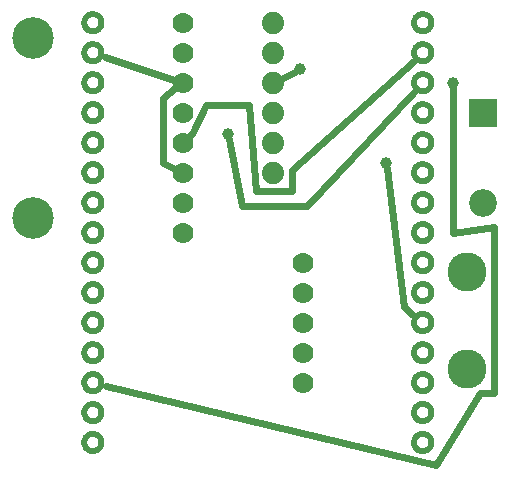
<source format=gbl>
G04 MADE WITH FRITZING*
G04 WWW.FRITZING.ORG*
G04 DOUBLE SIDED*
G04 HOLES PLATED*
G04 CONTOUR ON CENTER OF CONTOUR VECTOR*
%ASAXBY*%
%FSLAX23Y23*%
%MOIN*%
%OFA0B0*%
%SFA1.0B1.0*%
%ADD10C,0.138425*%
%ADD11C,0.070000*%
%ADD12C,0.092000*%
%ADD13C,0.074291*%
%ADD14C,0.130151*%
%ADD15C,0.039370*%
%ADD16R,0.092000X0.092000*%
%ADD17C,0.024000*%
%ADD18R,0.001000X0.001000*%
%LNCOPPER0*%
G90*
G70*
G54D10*
X131Y850D03*
G54D11*
X631Y1500D03*
X631Y1400D03*
X631Y1300D03*
X631Y1200D03*
X631Y1100D03*
X631Y1000D03*
X631Y900D03*
X631Y800D03*
G54D10*
X131Y1450D03*
X131Y850D03*
G54D11*
X631Y1500D03*
X631Y1400D03*
X631Y1300D03*
X631Y1200D03*
X631Y1100D03*
X631Y1000D03*
X631Y900D03*
X631Y800D03*
G54D10*
X131Y1450D03*
G54D12*
X1631Y1200D03*
X1631Y900D03*
G54D13*
X931Y1501D03*
X931Y1401D03*
X931Y1300D03*
X931Y1200D03*
X931Y1100D03*
X931Y999D03*
X931Y1501D03*
X931Y1401D03*
X931Y1300D03*
X931Y1200D03*
X931Y1100D03*
X931Y999D03*
G54D11*
X1031Y700D03*
X1031Y600D03*
X1031Y500D03*
X1031Y400D03*
X1031Y300D03*
G54D14*
X1578Y348D03*
X1578Y669D03*
G54D11*
X1031Y700D03*
X1031Y600D03*
X1031Y500D03*
X1031Y400D03*
X1031Y300D03*
G54D14*
X1578Y348D03*
X1578Y669D03*
G54D15*
X780Y1131D03*
X1308Y1035D03*
X1020Y1347D03*
X1531Y1300D03*
G54D16*
X1631Y1200D03*
G54D17*
X1400Y1372D02*
X996Y1011D01*
X996Y1011D02*
X996Y939D01*
X996Y939D02*
X876Y939D01*
X876Y939D02*
X852Y1227D01*
X852Y1227D02*
X708Y1227D01*
X708Y1227D02*
X660Y1131D01*
X660Y1131D02*
X652Y1122D01*
D02*
X1402Y1270D02*
X1044Y891D01*
X1044Y891D02*
X828Y891D01*
X828Y891D02*
X784Y1112D01*
D02*
X1399Y528D02*
X1368Y555D01*
X1368Y555D02*
X1310Y1016D01*
D02*
X1003Y1338D02*
X959Y1315D01*
D02*
X1531Y1281D02*
X1531Y799D01*
D02*
X1531Y799D02*
X1668Y819D01*
X1668Y819D02*
X1668Y267D01*
X1668Y267D02*
X1620Y267D01*
X1620Y267D02*
X1476Y27D01*
X1476Y27D02*
X373Y290D01*
D02*
X602Y1310D02*
X372Y1387D01*
D02*
X604Y1014D02*
X564Y1035D01*
X564Y1035D02*
X564Y1251D01*
X564Y1251D02*
X606Y1282D01*
G54D18*
X330Y1540D02*
X332Y1540D01*
X1429Y1540D02*
X1432Y1540D01*
X323Y1539D02*
X339Y1539D01*
X1422Y1539D02*
X1438Y1539D01*
X320Y1538D02*
X343Y1538D01*
X1419Y1538D02*
X1442Y1538D01*
X317Y1537D02*
X345Y1537D01*
X1416Y1537D02*
X1445Y1537D01*
X315Y1536D02*
X347Y1536D01*
X1414Y1536D02*
X1447Y1536D01*
X313Y1535D02*
X349Y1535D01*
X1412Y1535D02*
X1449Y1535D01*
X311Y1534D02*
X351Y1534D01*
X1410Y1534D02*
X1450Y1534D01*
X309Y1533D02*
X353Y1533D01*
X1409Y1533D02*
X1452Y1533D01*
X308Y1532D02*
X354Y1532D01*
X1407Y1532D02*
X1453Y1532D01*
X307Y1531D02*
X355Y1531D01*
X1406Y1531D02*
X1455Y1531D01*
X305Y1530D02*
X357Y1530D01*
X1405Y1530D02*
X1456Y1530D01*
X304Y1529D02*
X358Y1529D01*
X1404Y1529D02*
X1457Y1529D01*
X303Y1528D02*
X359Y1528D01*
X1403Y1528D02*
X1458Y1528D01*
X303Y1527D02*
X360Y1527D01*
X1402Y1527D02*
X1459Y1527D01*
X302Y1526D02*
X360Y1526D01*
X1401Y1526D02*
X1460Y1526D01*
X301Y1525D02*
X361Y1525D01*
X1400Y1525D02*
X1461Y1525D01*
X300Y1524D02*
X362Y1524D01*
X1400Y1524D02*
X1461Y1524D01*
X299Y1523D02*
X363Y1523D01*
X1399Y1523D02*
X1462Y1523D01*
X299Y1522D02*
X363Y1522D01*
X1398Y1522D02*
X1463Y1522D01*
X298Y1521D02*
X364Y1521D01*
X1398Y1521D02*
X1463Y1521D01*
X298Y1520D02*
X329Y1520D01*
X333Y1520D02*
X364Y1520D01*
X1397Y1520D02*
X1428Y1520D01*
X1433Y1520D02*
X1464Y1520D01*
X297Y1519D02*
X324Y1519D01*
X338Y1519D02*
X365Y1519D01*
X1397Y1519D02*
X1423Y1519D01*
X1438Y1519D02*
X1464Y1519D01*
X297Y1518D02*
X322Y1518D01*
X340Y1518D02*
X365Y1518D01*
X1396Y1518D02*
X1421Y1518D01*
X1440Y1518D02*
X1465Y1518D01*
X296Y1517D02*
X320Y1517D01*
X342Y1517D02*
X366Y1517D01*
X1396Y1517D02*
X1419Y1517D01*
X1441Y1517D02*
X1465Y1517D01*
X296Y1516D02*
X319Y1516D01*
X343Y1516D02*
X366Y1516D01*
X1395Y1516D02*
X1418Y1516D01*
X1443Y1516D02*
X1466Y1516D01*
X295Y1515D02*
X318Y1515D01*
X344Y1515D02*
X367Y1515D01*
X1395Y1515D02*
X1417Y1515D01*
X1444Y1515D02*
X1466Y1515D01*
X295Y1514D02*
X317Y1514D01*
X345Y1514D02*
X367Y1514D01*
X1394Y1514D02*
X1416Y1514D01*
X1445Y1514D02*
X1466Y1514D01*
X295Y1513D02*
X316Y1513D01*
X346Y1513D02*
X367Y1513D01*
X1394Y1513D02*
X1415Y1513D01*
X1446Y1513D02*
X1467Y1513D01*
X294Y1512D02*
X315Y1512D01*
X347Y1512D02*
X368Y1512D01*
X1394Y1512D02*
X1414Y1512D01*
X1447Y1512D02*
X1467Y1512D01*
X294Y1511D02*
X314Y1511D01*
X348Y1511D02*
X368Y1511D01*
X1393Y1511D02*
X1414Y1511D01*
X1447Y1511D02*
X1467Y1511D01*
X294Y1510D02*
X314Y1510D01*
X348Y1510D02*
X368Y1510D01*
X1393Y1510D02*
X1413Y1510D01*
X1448Y1510D02*
X1468Y1510D01*
X294Y1509D02*
X313Y1509D01*
X349Y1509D02*
X368Y1509D01*
X1393Y1509D02*
X1412Y1509D01*
X1448Y1509D02*
X1468Y1509D01*
X293Y1508D02*
X313Y1508D01*
X349Y1508D02*
X369Y1508D01*
X1393Y1508D02*
X1412Y1508D01*
X1449Y1508D02*
X1468Y1508D01*
X293Y1507D02*
X312Y1507D01*
X350Y1507D02*
X369Y1507D01*
X1393Y1507D02*
X1412Y1507D01*
X1449Y1507D02*
X1468Y1507D01*
X293Y1506D02*
X312Y1506D01*
X350Y1506D02*
X369Y1506D01*
X1392Y1506D02*
X1412Y1506D01*
X1449Y1506D02*
X1468Y1506D01*
X293Y1505D02*
X312Y1505D01*
X350Y1505D02*
X369Y1505D01*
X1392Y1505D02*
X1411Y1505D01*
X1450Y1505D02*
X1469Y1505D01*
X293Y1504D02*
X312Y1504D01*
X350Y1504D02*
X369Y1504D01*
X1392Y1504D02*
X1411Y1504D01*
X1450Y1504D02*
X1469Y1504D01*
X293Y1503D02*
X312Y1503D01*
X350Y1503D02*
X369Y1503D01*
X1392Y1503D02*
X1411Y1503D01*
X1450Y1503D02*
X1469Y1503D01*
X293Y1502D02*
X312Y1502D01*
X350Y1502D02*
X369Y1502D01*
X1392Y1502D02*
X1411Y1502D01*
X1450Y1502D02*
X1469Y1502D01*
X293Y1501D02*
X312Y1501D01*
X350Y1501D02*
X369Y1501D01*
X1392Y1501D02*
X1411Y1501D01*
X1450Y1501D02*
X1469Y1501D01*
X293Y1500D02*
X312Y1500D01*
X350Y1500D02*
X369Y1500D01*
X1392Y1500D02*
X1411Y1500D01*
X1450Y1500D02*
X1469Y1500D01*
X293Y1499D02*
X312Y1499D01*
X350Y1499D02*
X369Y1499D01*
X1392Y1499D02*
X1411Y1499D01*
X1450Y1499D02*
X1469Y1499D01*
X293Y1498D02*
X312Y1498D01*
X350Y1498D02*
X369Y1498D01*
X1392Y1498D02*
X1411Y1498D01*
X1450Y1498D02*
X1469Y1498D01*
X293Y1497D02*
X312Y1497D01*
X350Y1497D02*
X369Y1497D01*
X1392Y1497D02*
X1411Y1497D01*
X1449Y1497D02*
X1469Y1497D01*
X293Y1496D02*
X312Y1496D01*
X350Y1496D02*
X369Y1496D01*
X1392Y1496D02*
X1412Y1496D01*
X1449Y1496D02*
X1468Y1496D01*
X293Y1495D02*
X313Y1495D01*
X350Y1495D02*
X369Y1495D01*
X1393Y1495D02*
X1412Y1495D01*
X1449Y1495D02*
X1468Y1495D01*
X293Y1494D02*
X313Y1494D01*
X349Y1494D02*
X369Y1494D01*
X1393Y1494D02*
X1412Y1494D01*
X1449Y1494D02*
X1468Y1494D01*
X294Y1493D02*
X313Y1493D01*
X349Y1493D02*
X368Y1493D01*
X1393Y1493D02*
X1413Y1493D01*
X1448Y1493D02*
X1468Y1493D01*
X294Y1492D02*
X314Y1492D01*
X348Y1492D02*
X368Y1492D01*
X1393Y1492D02*
X1413Y1492D01*
X1448Y1492D02*
X1468Y1492D01*
X294Y1491D02*
X314Y1491D01*
X348Y1491D02*
X368Y1491D01*
X1394Y1491D02*
X1414Y1491D01*
X1447Y1491D02*
X1467Y1491D01*
X294Y1490D02*
X315Y1490D01*
X347Y1490D02*
X368Y1490D01*
X1394Y1490D02*
X1415Y1490D01*
X1446Y1490D02*
X1467Y1490D01*
X295Y1489D02*
X316Y1489D01*
X346Y1489D02*
X367Y1489D01*
X1394Y1489D02*
X1415Y1489D01*
X1445Y1489D02*
X1467Y1489D01*
X295Y1488D02*
X317Y1488D01*
X345Y1488D02*
X367Y1488D01*
X1395Y1488D02*
X1416Y1488D01*
X1444Y1488D02*
X1466Y1488D01*
X296Y1487D02*
X318Y1487D01*
X344Y1487D02*
X367Y1487D01*
X1395Y1487D02*
X1417Y1487D01*
X1443Y1487D02*
X1466Y1487D01*
X296Y1486D02*
X319Y1486D01*
X343Y1486D02*
X366Y1486D01*
X1395Y1486D02*
X1419Y1486D01*
X1442Y1486D02*
X1466Y1486D01*
X296Y1485D02*
X320Y1485D01*
X342Y1485D02*
X366Y1485D01*
X1396Y1485D02*
X1420Y1485D01*
X1441Y1485D02*
X1465Y1485D01*
X297Y1484D02*
X322Y1484D01*
X340Y1484D02*
X365Y1484D01*
X1396Y1484D02*
X1422Y1484D01*
X1439Y1484D02*
X1465Y1484D01*
X297Y1483D02*
X325Y1483D01*
X337Y1483D02*
X365Y1483D01*
X1397Y1483D02*
X1424Y1483D01*
X1437Y1483D02*
X1464Y1483D01*
X298Y1482D02*
X364Y1482D01*
X1397Y1482D02*
X1464Y1482D01*
X298Y1481D02*
X364Y1481D01*
X1398Y1481D02*
X1463Y1481D01*
X299Y1480D02*
X363Y1480D01*
X1398Y1480D02*
X1462Y1480D01*
X300Y1479D02*
X362Y1479D01*
X1399Y1479D02*
X1462Y1479D01*
X300Y1478D02*
X362Y1478D01*
X1400Y1478D02*
X1461Y1478D01*
X301Y1477D02*
X361Y1477D01*
X1401Y1477D02*
X1460Y1477D01*
X302Y1476D02*
X360Y1476D01*
X1401Y1476D02*
X1459Y1476D01*
X303Y1475D02*
X359Y1475D01*
X1402Y1475D02*
X1459Y1475D01*
X304Y1474D02*
X358Y1474D01*
X1403Y1474D02*
X1458Y1474D01*
X305Y1473D02*
X357Y1473D01*
X1404Y1473D02*
X1457Y1473D01*
X306Y1472D02*
X356Y1472D01*
X1405Y1472D02*
X1456Y1472D01*
X307Y1471D02*
X355Y1471D01*
X1406Y1471D02*
X1454Y1471D01*
X308Y1470D02*
X354Y1470D01*
X1408Y1470D02*
X1453Y1470D01*
X310Y1469D02*
X352Y1469D01*
X1409Y1469D02*
X1452Y1469D01*
X312Y1468D02*
X351Y1468D01*
X1411Y1468D02*
X1450Y1468D01*
X313Y1467D02*
X349Y1467D01*
X1413Y1467D02*
X1448Y1467D01*
X315Y1466D02*
X347Y1466D01*
X1415Y1466D02*
X1446Y1466D01*
X318Y1465D02*
X344Y1465D01*
X1417Y1465D02*
X1444Y1465D01*
X321Y1464D02*
X341Y1464D01*
X1420Y1464D02*
X1441Y1464D01*
X325Y1463D02*
X337Y1463D01*
X1424Y1463D02*
X1437Y1463D01*
X329Y1440D02*
X333Y1440D01*
X1428Y1440D02*
X1432Y1440D01*
X323Y1439D02*
X339Y1439D01*
X1422Y1439D02*
X1439Y1439D01*
X319Y1438D02*
X343Y1438D01*
X1419Y1438D02*
X1442Y1438D01*
X317Y1437D02*
X345Y1437D01*
X1416Y1437D02*
X1445Y1437D01*
X315Y1436D02*
X347Y1436D01*
X1414Y1436D02*
X1447Y1436D01*
X313Y1435D02*
X350Y1435D01*
X1412Y1435D02*
X1449Y1435D01*
X311Y1434D02*
X351Y1434D01*
X1410Y1434D02*
X1451Y1434D01*
X309Y1433D02*
X353Y1433D01*
X1409Y1433D02*
X1452Y1433D01*
X308Y1432D02*
X354Y1432D01*
X1407Y1432D02*
X1454Y1432D01*
X307Y1431D02*
X356Y1431D01*
X1406Y1431D02*
X1455Y1431D01*
X305Y1430D02*
X357Y1430D01*
X1405Y1430D02*
X1456Y1430D01*
X304Y1429D02*
X358Y1429D01*
X1404Y1429D02*
X1457Y1429D01*
X303Y1428D02*
X359Y1428D01*
X1403Y1428D02*
X1458Y1428D01*
X302Y1427D02*
X360Y1427D01*
X1402Y1427D02*
X1459Y1427D01*
X302Y1426D02*
X360Y1426D01*
X1401Y1426D02*
X1460Y1426D01*
X301Y1425D02*
X361Y1425D01*
X1400Y1425D02*
X1461Y1425D01*
X300Y1424D02*
X362Y1424D01*
X1400Y1424D02*
X1461Y1424D01*
X299Y1423D02*
X363Y1423D01*
X1399Y1423D02*
X1462Y1423D01*
X299Y1422D02*
X363Y1422D01*
X1398Y1422D02*
X1463Y1422D01*
X298Y1421D02*
X364Y1421D01*
X1398Y1421D02*
X1463Y1421D01*
X298Y1420D02*
X328Y1420D01*
X334Y1420D02*
X364Y1420D01*
X1397Y1420D02*
X1427Y1420D01*
X1434Y1420D02*
X1464Y1420D01*
X297Y1419D02*
X323Y1419D01*
X339Y1419D02*
X365Y1419D01*
X1397Y1419D02*
X1423Y1419D01*
X1438Y1419D02*
X1464Y1419D01*
X297Y1418D02*
X322Y1418D01*
X341Y1418D02*
X365Y1418D01*
X1396Y1418D02*
X1421Y1418D01*
X1440Y1418D02*
X1465Y1418D01*
X296Y1417D02*
X320Y1417D01*
X342Y1417D02*
X366Y1417D01*
X1396Y1417D02*
X1419Y1417D01*
X1442Y1417D02*
X1465Y1417D01*
X296Y1416D02*
X319Y1416D01*
X343Y1416D02*
X366Y1416D01*
X1395Y1416D02*
X1418Y1416D01*
X1443Y1416D02*
X1466Y1416D01*
X295Y1415D02*
X318Y1415D01*
X344Y1415D02*
X367Y1415D01*
X1395Y1415D02*
X1417Y1415D01*
X1444Y1415D02*
X1466Y1415D01*
X295Y1414D02*
X317Y1414D01*
X345Y1414D02*
X367Y1414D01*
X1394Y1414D02*
X1416Y1414D01*
X1445Y1414D02*
X1466Y1414D01*
X295Y1413D02*
X316Y1413D01*
X346Y1413D02*
X367Y1413D01*
X1394Y1413D02*
X1415Y1413D01*
X1446Y1413D02*
X1467Y1413D01*
X294Y1412D02*
X315Y1412D01*
X347Y1412D02*
X368Y1412D01*
X1394Y1412D02*
X1414Y1412D01*
X1447Y1412D02*
X1467Y1412D01*
X294Y1411D02*
X314Y1411D01*
X348Y1411D02*
X368Y1411D01*
X1393Y1411D02*
X1414Y1411D01*
X1447Y1411D02*
X1467Y1411D01*
X294Y1410D02*
X314Y1410D01*
X348Y1410D02*
X368Y1410D01*
X1393Y1410D02*
X1413Y1410D01*
X1448Y1410D02*
X1468Y1410D01*
X294Y1409D02*
X313Y1409D01*
X349Y1409D02*
X369Y1409D01*
X1393Y1409D02*
X1412Y1409D01*
X1448Y1409D02*
X1468Y1409D01*
X293Y1408D02*
X313Y1408D01*
X349Y1408D02*
X369Y1408D01*
X1393Y1408D02*
X1412Y1408D01*
X1449Y1408D02*
X1468Y1408D01*
X293Y1407D02*
X312Y1407D01*
X350Y1407D02*
X369Y1407D01*
X1393Y1407D02*
X1412Y1407D01*
X1449Y1407D02*
X1468Y1407D01*
X293Y1406D02*
X312Y1406D01*
X350Y1406D02*
X369Y1406D01*
X1392Y1406D02*
X1411Y1406D01*
X1449Y1406D02*
X1468Y1406D01*
X293Y1405D02*
X312Y1405D01*
X350Y1405D02*
X369Y1405D01*
X1392Y1405D02*
X1411Y1405D01*
X1450Y1405D02*
X1469Y1405D01*
X293Y1404D02*
X312Y1404D01*
X350Y1404D02*
X369Y1404D01*
X1392Y1404D02*
X1411Y1404D01*
X1450Y1404D02*
X1469Y1404D01*
X293Y1403D02*
X312Y1403D01*
X350Y1403D02*
X369Y1403D01*
X1392Y1403D02*
X1411Y1403D01*
X1450Y1403D02*
X1469Y1403D01*
X293Y1402D02*
X312Y1402D01*
X350Y1402D02*
X369Y1402D01*
X1392Y1402D02*
X1411Y1402D01*
X1450Y1402D02*
X1469Y1402D01*
X293Y1401D02*
X312Y1401D01*
X350Y1401D02*
X369Y1401D01*
X1392Y1401D02*
X1411Y1401D01*
X1450Y1401D02*
X1469Y1401D01*
X293Y1400D02*
X312Y1400D01*
X350Y1400D02*
X369Y1400D01*
X1392Y1400D02*
X1411Y1400D01*
X1450Y1400D02*
X1469Y1400D01*
X293Y1399D02*
X312Y1399D01*
X350Y1399D02*
X369Y1399D01*
X1392Y1399D02*
X1411Y1399D01*
X1450Y1399D02*
X1469Y1399D01*
X293Y1398D02*
X312Y1398D01*
X350Y1398D02*
X369Y1398D01*
X1392Y1398D02*
X1411Y1398D01*
X1450Y1398D02*
X1469Y1398D01*
X293Y1397D02*
X312Y1397D01*
X350Y1397D02*
X369Y1397D01*
X1392Y1397D02*
X1411Y1397D01*
X1449Y1397D02*
X1468Y1397D01*
X293Y1396D02*
X312Y1396D01*
X350Y1396D02*
X369Y1396D01*
X1392Y1396D02*
X1412Y1396D01*
X1449Y1396D02*
X1468Y1396D01*
X293Y1395D02*
X313Y1395D01*
X349Y1395D02*
X369Y1395D01*
X1393Y1395D02*
X1412Y1395D01*
X1449Y1395D02*
X1468Y1395D01*
X293Y1394D02*
X313Y1394D01*
X349Y1394D02*
X369Y1394D01*
X1393Y1394D02*
X1412Y1394D01*
X1449Y1394D02*
X1468Y1394D01*
X294Y1393D02*
X313Y1393D01*
X349Y1393D02*
X368Y1393D01*
X1393Y1393D02*
X1413Y1393D01*
X1448Y1393D02*
X1468Y1393D01*
X294Y1392D02*
X314Y1392D01*
X348Y1392D02*
X368Y1392D01*
X1393Y1392D02*
X1413Y1392D01*
X1448Y1392D02*
X1467Y1392D01*
X294Y1391D02*
X314Y1391D01*
X348Y1391D02*
X368Y1391D01*
X1394Y1391D02*
X1414Y1391D01*
X1447Y1391D02*
X1467Y1391D01*
X294Y1390D02*
X315Y1390D01*
X347Y1390D02*
X368Y1390D01*
X1394Y1390D02*
X1415Y1390D01*
X1446Y1390D02*
X1467Y1390D01*
X295Y1389D02*
X316Y1389D01*
X346Y1389D02*
X367Y1389D01*
X1394Y1389D02*
X1415Y1389D01*
X1445Y1389D02*
X1467Y1389D01*
X295Y1388D02*
X317Y1388D01*
X345Y1388D02*
X367Y1388D01*
X1395Y1388D02*
X1416Y1388D01*
X1444Y1388D02*
X1466Y1388D01*
X296Y1387D02*
X318Y1387D01*
X344Y1387D02*
X366Y1387D01*
X1395Y1387D02*
X1417Y1387D01*
X1443Y1387D02*
X1466Y1387D01*
X296Y1386D02*
X319Y1386D01*
X343Y1386D02*
X366Y1386D01*
X1395Y1386D02*
X1419Y1386D01*
X1442Y1386D02*
X1465Y1386D01*
X296Y1385D02*
X321Y1385D01*
X341Y1385D02*
X366Y1385D01*
X1396Y1385D02*
X1420Y1385D01*
X1441Y1385D02*
X1465Y1385D01*
X297Y1384D02*
X322Y1384D01*
X340Y1384D02*
X365Y1384D01*
X1396Y1384D02*
X1422Y1384D01*
X1439Y1384D02*
X1465Y1384D01*
X297Y1383D02*
X325Y1383D01*
X337Y1383D02*
X365Y1383D01*
X1397Y1383D02*
X1424Y1383D01*
X1436Y1383D02*
X1464Y1383D01*
X298Y1382D02*
X364Y1382D01*
X1397Y1382D02*
X1464Y1382D01*
X299Y1381D02*
X364Y1381D01*
X1398Y1381D02*
X1463Y1381D01*
X299Y1380D02*
X363Y1380D01*
X1398Y1380D02*
X1462Y1380D01*
X300Y1379D02*
X362Y1379D01*
X1399Y1379D02*
X1462Y1379D01*
X300Y1378D02*
X362Y1378D01*
X1400Y1378D02*
X1461Y1378D01*
X301Y1377D02*
X361Y1377D01*
X1401Y1377D02*
X1460Y1377D01*
X302Y1376D02*
X360Y1376D01*
X1401Y1376D02*
X1459Y1376D01*
X303Y1375D02*
X359Y1375D01*
X1402Y1375D02*
X1459Y1375D01*
X304Y1374D02*
X358Y1374D01*
X1403Y1374D02*
X1458Y1374D01*
X305Y1373D02*
X357Y1373D01*
X1404Y1373D02*
X1457Y1373D01*
X306Y1372D02*
X356Y1372D01*
X1405Y1372D02*
X1455Y1372D01*
X307Y1371D02*
X355Y1371D01*
X1407Y1371D02*
X1454Y1371D01*
X309Y1370D02*
X354Y1370D01*
X1408Y1370D02*
X1453Y1370D01*
X310Y1369D02*
X352Y1369D01*
X1409Y1369D02*
X1451Y1369D01*
X312Y1368D02*
X350Y1368D01*
X1411Y1368D02*
X1450Y1368D01*
X313Y1367D02*
X349Y1367D01*
X1413Y1367D02*
X1448Y1367D01*
X316Y1366D02*
X347Y1366D01*
X1415Y1366D02*
X1446Y1366D01*
X318Y1365D02*
X344Y1365D01*
X1417Y1365D02*
X1443Y1365D01*
X321Y1364D02*
X341Y1364D01*
X1420Y1364D02*
X1441Y1364D01*
X325Y1363D02*
X337Y1363D01*
X1424Y1363D02*
X1436Y1363D01*
X328Y1340D02*
X334Y1340D01*
X1428Y1340D02*
X1433Y1340D01*
X323Y1339D02*
X339Y1339D01*
X1422Y1339D02*
X1439Y1339D01*
X319Y1338D02*
X343Y1338D01*
X1419Y1338D02*
X1442Y1338D01*
X317Y1337D02*
X345Y1337D01*
X1416Y1337D02*
X1445Y1337D01*
X314Y1336D02*
X348Y1336D01*
X1414Y1336D02*
X1447Y1336D01*
X312Y1335D02*
X350Y1335D01*
X1412Y1335D02*
X1449Y1335D01*
X311Y1334D02*
X351Y1334D01*
X1410Y1334D02*
X1451Y1334D01*
X309Y1333D02*
X353Y1333D01*
X1409Y1333D02*
X1452Y1333D01*
X308Y1332D02*
X354Y1332D01*
X1407Y1332D02*
X1454Y1332D01*
X306Y1331D02*
X356Y1331D01*
X1406Y1331D02*
X1455Y1331D01*
X305Y1330D02*
X357Y1330D01*
X1405Y1330D02*
X1456Y1330D01*
X304Y1329D02*
X358Y1329D01*
X1404Y1329D02*
X1457Y1329D01*
X303Y1328D02*
X359Y1328D01*
X1403Y1328D02*
X1458Y1328D01*
X302Y1327D02*
X360Y1327D01*
X1402Y1327D02*
X1459Y1327D01*
X302Y1326D02*
X360Y1326D01*
X1401Y1326D02*
X1460Y1326D01*
X301Y1325D02*
X361Y1325D01*
X1400Y1325D02*
X1461Y1325D01*
X300Y1324D02*
X362Y1324D01*
X1399Y1324D02*
X1461Y1324D01*
X299Y1323D02*
X363Y1323D01*
X1399Y1323D02*
X1462Y1323D01*
X299Y1322D02*
X363Y1322D01*
X1398Y1322D02*
X1463Y1322D01*
X298Y1321D02*
X364Y1321D01*
X1398Y1321D02*
X1463Y1321D01*
X298Y1320D02*
X327Y1320D01*
X335Y1320D02*
X364Y1320D01*
X1397Y1320D02*
X1427Y1320D01*
X1434Y1320D02*
X1464Y1320D01*
X297Y1319D02*
X323Y1319D01*
X339Y1319D02*
X365Y1319D01*
X1396Y1319D02*
X1423Y1319D01*
X1438Y1319D02*
X1464Y1319D01*
X297Y1318D02*
X321Y1318D01*
X341Y1318D02*
X365Y1318D01*
X1396Y1318D02*
X1421Y1318D01*
X1440Y1318D02*
X1465Y1318D01*
X296Y1317D02*
X320Y1317D01*
X342Y1317D02*
X366Y1317D01*
X1396Y1317D02*
X1419Y1317D01*
X1442Y1317D02*
X1465Y1317D01*
X296Y1316D02*
X319Y1316D01*
X343Y1316D02*
X366Y1316D01*
X1395Y1316D02*
X1418Y1316D01*
X1443Y1316D02*
X1466Y1316D01*
X295Y1315D02*
X317Y1315D01*
X345Y1315D02*
X367Y1315D01*
X1395Y1315D02*
X1417Y1315D01*
X1444Y1315D02*
X1466Y1315D01*
X295Y1314D02*
X317Y1314D01*
X346Y1314D02*
X367Y1314D01*
X1394Y1314D02*
X1416Y1314D01*
X1445Y1314D02*
X1466Y1314D01*
X295Y1313D02*
X316Y1313D01*
X346Y1313D02*
X367Y1313D01*
X1394Y1313D02*
X1415Y1313D01*
X1446Y1313D02*
X1467Y1313D01*
X294Y1312D02*
X315Y1312D01*
X347Y1312D02*
X368Y1312D01*
X1394Y1312D02*
X1414Y1312D01*
X1447Y1312D02*
X1467Y1312D01*
X294Y1311D02*
X314Y1311D01*
X348Y1311D02*
X368Y1311D01*
X1393Y1311D02*
X1414Y1311D01*
X1447Y1311D02*
X1467Y1311D01*
X294Y1310D02*
X314Y1310D01*
X348Y1310D02*
X368Y1310D01*
X1393Y1310D02*
X1413Y1310D01*
X1448Y1310D02*
X1468Y1310D01*
X294Y1309D02*
X313Y1309D01*
X349Y1309D02*
X369Y1309D01*
X1393Y1309D02*
X1412Y1309D01*
X1448Y1309D02*
X1468Y1309D01*
X293Y1308D02*
X313Y1308D01*
X349Y1308D02*
X369Y1308D01*
X1393Y1308D02*
X1412Y1308D01*
X1449Y1308D02*
X1468Y1308D01*
X293Y1307D02*
X312Y1307D01*
X350Y1307D02*
X369Y1307D01*
X1393Y1307D02*
X1412Y1307D01*
X1449Y1307D02*
X1468Y1307D01*
X293Y1306D02*
X312Y1306D01*
X350Y1306D02*
X369Y1306D01*
X1392Y1306D02*
X1411Y1306D01*
X1449Y1306D02*
X1468Y1306D01*
X293Y1305D02*
X312Y1305D01*
X350Y1305D02*
X369Y1305D01*
X1392Y1305D02*
X1411Y1305D01*
X1450Y1305D02*
X1469Y1305D01*
X293Y1304D02*
X312Y1304D01*
X350Y1304D02*
X369Y1304D01*
X1392Y1304D02*
X1411Y1304D01*
X1450Y1304D02*
X1469Y1304D01*
X293Y1303D02*
X312Y1303D01*
X350Y1303D02*
X369Y1303D01*
X1392Y1303D02*
X1411Y1303D01*
X1450Y1303D02*
X1469Y1303D01*
X293Y1302D02*
X312Y1302D01*
X350Y1302D02*
X369Y1302D01*
X1392Y1302D02*
X1411Y1302D01*
X1450Y1302D02*
X1469Y1302D01*
X293Y1301D02*
X312Y1301D01*
X350Y1301D02*
X369Y1301D01*
X1392Y1301D02*
X1411Y1301D01*
X1450Y1301D02*
X1469Y1301D01*
X293Y1300D02*
X312Y1300D01*
X350Y1300D02*
X369Y1300D01*
X1392Y1300D02*
X1411Y1300D01*
X1450Y1300D02*
X1469Y1300D01*
X293Y1299D02*
X312Y1299D01*
X350Y1299D02*
X369Y1299D01*
X1392Y1299D02*
X1411Y1299D01*
X1450Y1299D02*
X1469Y1299D01*
X293Y1298D02*
X312Y1298D01*
X350Y1298D02*
X369Y1298D01*
X1392Y1298D02*
X1411Y1298D01*
X1450Y1298D02*
X1469Y1298D01*
X293Y1297D02*
X312Y1297D01*
X350Y1297D02*
X369Y1297D01*
X1392Y1297D02*
X1411Y1297D01*
X1449Y1297D02*
X1468Y1297D01*
X293Y1296D02*
X312Y1296D01*
X350Y1296D02*
X369Y1296D01*
X1392Y1296D02*
X1412Y1296D01*
X1449Y1296D02*
X1468Y1296D01*
X293Y1295D02*
X313Y1295D01*
X349Y1295D02*
X369Y1295D01*
X1393Y1295D02*
X1412Y1295D01*
X1449Y1295D02*
X1468Y1295D01*
X293Y1294D02*
X313Y1294D01*
X349Y1294D02*
X369Y1294D01*
X1393Y1294D02*
X1412Y1294D01*
X1449Y1294D02*
X1468Y1294D01*
X294Y1293D02*
X313Y1293D01*
X349Y1293D02*
X368Y1293D01*
X1393Y1293D02*
X1413Y1293D01*
X1448Y1293D02*
X1468Y1293D01*
X294Y1292D02*
X314Y1292D01*
X348Y1292D02*
X368Y1292D01*
X1393Y1292D02*
X1413Y1292D01*
X1447Y1292D02*
X1467Y1292D01*
X294Y1291D02*
X315Y1291D01*
X348Y1291D02*
X368Y1291D01*
X1394Y1291D02*
X1414Y1291D01*
X1447Y1291D02*
X1467Y1291D01*
X294Y1290D02*
X315Y1290D01*
X347Y1290D02*
X368Y1290D01*
X1394Y1290D02*
X1415Y1290D01*
X1446Y1290D02*
X1467Y1290D01*
X295Y1289D02*
X316Y1289D01*
X346Y1289D02*
X367Y1289D01*
X1394Y1289D02*
X1416Y1289D01*
X1445Y1289D02*
X1467Y1289D01*
X295Y1288D02*
X317Y1288D01*
X345Y1288D02*
X367Y1288D01*
X1395Y1288D02*
X1416Y1288D01*
X1444Y1288D02*
X1466Y1288D01*
X296Y1287D02*
X318Y1287D01*
X344Y1287D02*
X366Y1287D01*
X1395Y1287D02*
X1418Y1287D01*
X1443Y1287D02*
X1466Y1287D01*
X296Y1286D02*
X319Y1286D01*
X343Y1286D02*
X366Y1286D01*
X1395Y1286D02*
X1419Y1286D01*
X1442Y1286D02*
X1465Y1286D01*
X296Y1285D02*
X321Y1285D01*
X341Y1285D02*
X366Y1285D01*
X1396Y1285D02*
X1420Y1285D01*
X1441Y1285D02*
X1465Y1285D01*
X297Y1284D02*
X322Y1284D01*
X340Y1284D02*
X365Y1284D01*
X1396Y1284D02*
X1422Y1284D01*
X1439Y1284D02*
X1465Y1284D01*
X297Y1283D02*
X325Y1283D01*
X337Y1283D02*
X365Y1283D01*
X1397Y1283D02*
X1425Y1283D01*
X1436Y1283D02*
X1464Y1283D01*
X298Y1282D02*
X364Y1282D01*
X1397Y1282D02*
X1463Y1282D01*
X299Y1281D02*
X364Y1281D01*
X1398Y1281D02*
X1463Y1281D01*
X299Y1280D02*
X363Y1280D01*
X1399Y1280D02*
X1462Y1280D01*
X300Y1279D02*
X362Y1279D01*
X1399Y1279D02*
X1462Y1279D01*
X301Y1278D02*
X362Y1278D01*
X1400Y1278D02*
X1461Y1278D01*
X301Y1277D02*
X361Y1277D01*
X1401Y1277D02*
X1460Y1277D01*
X302Y1276D02*
X360Y1276D01*
X1401Y1276D02*
X1459Y1276D01*
X303Y1275D02*
X359Y1275D01*
X1402Y1275D02*
X1459Y1275D01*
X304Y1274D02*
X358Y1274D01*
X1403Y1274D02*
X1458Y1274D01*
X305Y1273D02*
X357Y1273D01*
X1404Y1273D02*
X1457Y1273D01*
X306Y1272D02*
X356Y1272D01*
X1405Y1272D02*
X1455Y1272D01*
X307Y1271D02*
X355Y1271D01*
X1407Y1271D02*
X1454Y1271D01*
X309Y1270D02*
X353Y1270D01*
X1408Y1270D02*
X1453Y1270D01*
X310Y1269D02*
X352Y1269D01*
X1409Y1269D02*
X1451Y1269D01*
X312Y1268D02*
X350Y1268D01*
X1411Y1268D02*
X1450Y1268D01*
X314Y1267D02*
X349Y1267D01*
X1413Y1267D02*
X1448Y1267D01*
X316Y1266D02*
X346Y1266D01*
X1415Y1266D02*
X1446Y1266D01*
X318Y1265D02*
X344Y1265D01*
X1417Y1265D02*
X1443Y1265D01*
X321Y1264D02*
X341Y1264D01*
X1420Y1264D02*
X1440Y1264D01*
X325Y1263D02*
X337Y1263D01*
X1425Y1263D02*
X1436Y1263D01*
X328Y1240D02*
X335Y1240D01*
X1427Y1240D02*
X1434Y1240D01*
X322Y1239D02*
X340Y1239D01*
X1422Y1239D02*
X1439Y1239D01*
X319Y1238D02*
X343Y1238D01*
X1418Y1238D02*
X1442Y1238D01*
X316Y1237D02*
X346Y1237D01*
X1416Y1237D02*
X1445Y1237D01*
X314Y1236D02*
X348Y1236D01*
X1414Y1236D02*
X1447Y1236D01*
X312Y1235D02*
X350Y1235D01*
X1412Y1235D02*
X1449Y1235D01*
X311Y1234D02*
X351Y1234D01*
X1410Y1234D02*
X1451Y1234D01*
X309Y1233D02*
X353Y1233D01*
X1408Y1233D02*
X1452Y1233D01*
X308Y1232D02*
X354Y1232D01*
X1407Y1232D02*
X1454Y1232D01*
X306Y1231D02*
X356Y1231D01*
X1406Y1231D02*
X1455Y1231D01*
X305Y1230D02*
X357Y1230D01*
X1405Y1230D02*
X1456Y1230D01*
X304Y1229D02*
X358Y1229D01*
X1404Y1229D02*
X1457Y1229D01*
X303Y1228D02*
X359Y1228D01*
X1403Y1228D02*
X1458Y1228D01*
X302Y1227D02*
X360Y1227D01*
X1402Y1227D02*
X1459Y1227D01*
X302Y1226D02*
X361Y1226D01*
X1401Y1226D02*
X1460Y1226D01*
X301Y1225D02*
X361Y1225D01*
X1400Y1225D02*
X1461Y1225D01*
X300Y1224D02*
X362Y1224D01*
X1399Y1224D02*
X1461Y1224D01*
X299Y1223D02*
X363Y1223D01*
X1399Y1223D02*
X1462Y1223D01*
X299Y1222D02*
X363Y1222D01*
X1398Y1222D02*
X1463Y1222D01*
X298Y1221D02*
X364Y1221D01*
X1398Y1221D02*
X1463Y1221D01*
X298Y1220D02*
X327Y1220D01*
X335Y1220D02*
X364Y1220D01*
X1397Y1220D02*
X1426Y1220D01*
X1435Y1220D02*
X1464Y1220D01*
X297Y1219D02*
X323Y1219D01*
X339Y1219D02*
X365Y1219D01*
X1396Y1219D02*
X1423Y1219D01*
X1438Y1219D02*
X1464Y1219D01*
X297Y1218D02*
X321Y1218D01*
X341Y1218D02*
X365Y1218D01*
X1396Y1218D02*
X1421Y1218D01*
X1440Y1218D02*
X1465Y1218D01*
X296Y1217D02*
X320Y1217D01*
X342Y1217D02*
X366Y1217D01*
X1396Y1217D02*
X1419Y1217D01*
X1442Y1217D02*
X1465Y1217D01*
X296Y1216D02*
X319Y1216D01*
X343Y1216D02*
X366Y1216D01*
X1395Y1216D02*
X1418Y1216D01*
X1443Y1216D02*
X1466Y1216D01*
X295Y1215D02*
X317Y1215D01*
X345Y1215D02*
X367Y1215D01*
X1395Y1215D02*
X1417Y1215D01*
X1444Y1215D02*
X1466Y1215D01*
X295Y1214D02*
X316Y1214D01*
X346Y1214D02*
X367Y1214D01*
X1394Y1214D02*
X1416Y1214D01*
X1445Y1214D02*
X1466Y1214D01*
X295Y1213D02*
X316Y1213D01*
X346Y1213D02*
X367Y1213D01*
X1394Y1213D02*
X1415Y1213D01*
X1446Y1213D02*
X1467Y1213D01*
X294Y1212D02*
X315Y1212D01*
X347Y1212D02*
X368Y1212D01*
X1394Y1212D02*
X1414Y1212D01*
X1447Y1212D02*
X1467Y1212D01*
X294Y1211D02*
X314Y1211D01*
X348Y1211D02*
X368Y1211D01*
X1393Y1211D02*
X1414Y1211D01*
X1447Y1211D02*
X1467Y1211D01*
X294Y1210D02*
X314Y1210D01*
X348Y1210D02*
X368Y1210D01*
X1393Y1210D02*
X1413Y1210D01*
X1448Y1210D02*
X1468Y1210D01*
X294Y1209D02*
X313Y1209D01*
X349Y1209D02*
X369Y1209D01*
X1393Y1209D02*
X1412Y1209D01*
X1448Y1209D02*
X1468Y1209D01*
X293Y1208D02*
X313Y1208D01*
X349Y1208D02*
X369Y1208D01*
X1393Y1208D02*
X1412Y1208D01*
X1449Y1208D02*
X1468Y1208D01*
X293Y1207D02*
X312Y1207D01*
X350Y1207D02*
X369Y1207D01*
X1393Y1207D02*
X1412Y1207D01*
X1449Y1207D02*
X1468Y1207D01*
X293Y1206D02*
X312Y1206D01*
X350Y1206D02*
X369Y1206D01*
X1392Y1206D02*
X1411Y1206D01*
X1449Y1206D02*
X1468Y1206D01*
X293Y1205D02*
X312Y1205D01*
X350Y1205D02*
X369Y1205D01*
X1392Y1205D02*
X1411Y1205D01*
X1450Y1205D02*
X1469Y1205D01*
X293Y1204D02*
X312Y1204D01*
X350Y1204D02*
X369Y1204D01*
X1392Y1204D02*
X1411Y1204D01*
X1450Y1204D02*
X1469Y1204D01*
X293Y1203D02*
X312Y1203D01*
X350Y1203D02*
X369Y1203D01*
X1392Y1203D02*
X1411Y1203D01*
X1450Y1203D02*
X1469Y1203D01*
X293Y1202D02*
X312Y1202D01*
X350Y1202D02*
X369Y1202D01*
X1392Y1202D02*
X1411Y1202D01*
X1450Y1202D02*
X1469Y1202D01*
X293Y1201D02*
X312Y1201D01*
X350Y1201D02*
X369Y1201D01*
X1392Y1201D02*
X1411Y1201D01*
X1450Y1201D02*
X1469Y1201D01*
X293Y1200D02*
X312Y1200D01*
X350Y1200D02*
X369Y1200D01*
X1392Y1200D02*
X1411Y1200D01*
X1450Y1200D02*
X1469Y1200D01*
X293Y1199D02*
X312Y1199D01*
X350Y1199D02*
X369Y1199D01*
X1392Y1199D02*
X1411Y1199D01*
X1450Y1199D02*
X1469Y1199D01*
X293Y1198D02*
X312Y1198D01*
X350Y1198D02*
X369Y1198D01*
X1392Y1198D02*
X1411Y1198D01*
X1450Y1198D02*
X1469Y1198D01*
X293Y1197D02*
X312Y1197D01*
X350Y1197D02*
X369Y1197D01*
X1392Y1197D02*
X1411Y1197D01*
X1449Y1197D02*
X1468Y1197D01*
X293Y1196D02*
X312Y1196D01*
X350Y1196D02*
X369Y1196D01*
X1392Y1196D02*
X1412Y1196D01*
X1449Y1196D02*
X1468Y1196D01*
X293Y1195D02*
X313Y1195D01*
X349Y1195D02*
X369Y1195D01*
X1393Y1195D02*
X1412Y1195D01*
X1449Y1195D02*
X1468Y1195D01*
X293Y1194D02*
X313Y1194D01*
X349Y1194D02*
X369Y1194D01*
X1393Y1194D02*
X1412Y1194D01*
X1449Y1194D02*
X1468Y1194D01*
X294Y1193D02*
X313Y1193D01*
X349Y1193D02*
X368Y1193D01*
X1393Y1193D02*
X1413Y1193D01*
X1448Y1193D02*
X1468Y1193D01*
X294Y1192D02*
X314Y1192D01*
X348Y1192D02*
X368Y1192D01*
X1393Y1192D02*
X1413Y1192D01*
X1447Y1192D02*
X1467Y1192D01*
X294Y1191D02*
X315Y1191D01*
X348Y1191D02*
X368Y1191D01*
X1394Y1191D02*
X1414Y1191D01*
X1447Y1191D02*
X1467Y1191D01*
X294Y1190D02*
X315Y1190D01*
X347Y1190D02*
X368Y1190D01*
X1394Y1190D02*
X1415Y1190D01*
X1446Y1190D02*
X1467Y1190D01*
X295Y1189D02*
X316Y1189D01*
X346Y1189D02*
X367Y1189D01*
X1394Y1189D02*
X1416Y1189D01*
X1445Y1189D02*
X1467Y1189D01*
X295Y1188D02*
X317Y1188D01*
X345Y1188D02*
X367Y1188D01*
X1395Y1188D02*
X1416Y1188D01*
X1444Y1188D02*
X1466Y1188D01*
X296Y1187D02*
X318Y1187D01*
X344Y1187D02*
X366Y1187D01*
X1395Y1187D02*
X1418Y1187D01*
X1443Y1187D02*
X1466Y1187D01*
X296Y1186D02*
X319Y1186D01*
X343Y1186D02*
X366Y1186D01*
X1395Y1186D02*
X1419Y1186D01*
X1442Y1186D02*
X1465Y1186D01*
X296Y1185D02*
X321Y1185D01*
X341Y1185D02*
X366Y1185D01*
X1396Y1185D02*
X1420Y1185D01*
X1441Y1185D02*
X1465Y1185D01*
X297Y1184D02*
X323Y1184D01*
X340Y1184D02*
X365Y1184D01*
X1396Y1184D02*
X1422Y1184D01*
X1439Y1184D02*
X1464Y1184D01*
X297Y1183D02*
X325Y1183D01*
X337Y1183D02*
X365Y1183D01*
X1397Y1183D02*
X1425Y1183D01*
X1436Y1183D02*
X1464Y1183D01*
X298Y1182D02*
X364Y1182D01*
X1397Y1182D02*
X1463Y1182D01*
X299Y1181D02*
X363Y1181D01*
X1398Y1181D02*
X1463Y1181D01*
X299Y1180D02*
X363Y1180D01*
X1399Y1180D02*
X1462Y1180D01*
X300Y1179D02*
X362Y1179D01*
X1399Y1179D02*
X1462Y1179D01*
X301Y1178D02*
X362Y1178D01*
X1400Y1178D02*
X1461Y1178D01*
X301Y1177D02*
X361Y1177D01*
X1401Y1177D02*
X1460Y1177D01*
X302Y1176D02*
X360Y1176D01*
X1401Y1176D02*
X1459Y1176D01*
X303Y1175D02*
X359Y1175D01*
X1402Y1175D02*
X1458Y1175D01*
X304Y1174D02*
X358Y1174D01*
X1403Y1174D02*
X1458Y1174D01*
X305Y1173D02*
X357Y1173D01*
X1404Y1173D02*
X1456Y1173D01*
X306Y1172D02*
X356Y1172D01*
X1405Y1172D02*
X1455Y1172D01*
X307Y1171D02*
X355Y1171D01*
X1407Y1171D02*
X1454Y1171D01*
X309Y1170D02*
X353Y1170D01*
X1408Y1170D02*
X1453Y1170D01*
X310Y1169D02*
X352Y1169D01*
X1409Y1169D02*
X1451Y1169D01*
X312Y1168D02*
X350Y1168D01*
X1411Y1168D02*
X1450Y1168D01*
X314Y1167D02*
X348Y1167D01*
X1413Y1167D02*
X1448Y1167D01*
X316Y1166D02*
X346Y1166D01*
X1415Y1166D02*
X1446Y1166D01*
X318Y1165D02*
X344Y1165D01*
X1418Y1165D02*
X1443Y1165D01*
X321Y1164D02*
X341Y1164D01*
X1421Y1164D02*
X1440Y1164D01*
X326Y1163D02*
X337Y1163D01*
X1425Y1163D02*
X1436Y1163D01*
X327Y1140D02*
X335Y1140D01*
X1427Y1140D02*
X1434Y1140D01*
X322Y1139D02*
X340Y1139D01*
X1422Y1139D02*
X1439Y1139D01*
X319Y1138D02*
X343Y1138D01*
X1418Y1138D02*
X1442Y1138D01*
X316Y1137D02*
X346Y1137D01*
X1416Y1137D02*
X1445Y1137D01*
X314Y1136D02*
X348Y1136D01*
X1414Y1136D02*
X1447Y1136D01*
X312Y1135D02*
X350Y1135D01*
X1412Y1135D02*
X1449Y1135D01*
X311Y1134D02*
X351Y1134D01*
X1410Y1134D02*
X1451Y1134D01*
X309Y1133D02*
X353Y1133D01*
X1408Y1133D02*
X1452Y1133D01*
X308Y1132D02*
X354Y1132D01*
X1407Y1132D02*
X1454Y1132D01*
X306Y1131D02*
X356Y1131D01*
X1406Y1131D02*
X1455Y1131D01*
X305Y1130D02*
X357Y1130D01*
X1405Y1130D02*
X1456Y1130D01*
X304Y1129D02*
X358Y1129D01*
X1404Y1129D02*
X1457Y1129D01*
X303Y1128D02*
X359Y1128D01*
X1403Y1128D02*
X1458Y1128D01*
X302Y1127D02*
X360Y1127D01*
X1402Y1127D02*
X1459Y1127D01*
X301Y1126D02*
X361Y1126D01*
X1401Y1126D02*
X1460Y1126D01*
X301Y1125D02*
X361Y1125D01*
X1400Y1125D02*
X1461Y1125D01*
X300Y1124D02*
X362Y1124D01*
X1399Y1124D02*
X1461Y1124D01*
X299Y1123D02*
X363Y1123D01*
X1399Y1123D02*
X1462Y1123D01*
X299Y1122D02*
X363Y1122D01*
X1398Y1122D02*
X1463Y1122D01*
X298Y1121D02*
X364Y1121D01*
X1398Y1121D02*
X1463Y1121D01*
X298Y1120D02*
X327Y1120D01*
X336Y1120D02*
X364Y1120D01*
X1397Y1120D02*
X1426Y1120D01*
X1435Y1120D02*
X1464Y1120D01*
X297Y1119D02*
X323Y1119D01*
X339Y1119D02*
X365Y1119D01*
X1396Y1119D02*
X1422Y1119D01*
X1438Y1119D02*
X1464Y1119D01*
X297Y1118D02*
X321Y1118D01*
X341Y1118D02*
X365Y1118D01*
X1396Y1118D02*
X1421Y1118D01*
X1440Y1118D02*
X1465Y1118D01*
X296Y1117D02*
X320Y1117D01*
X342Y1117D02*
X366Y1117D01*
X1396Y1117D02*
X1419Y1117D01*
X1442Y1117D02*
X1465Y1117D01*
X296Y1116D02*
X319Y1116D01*
X344Y1116D02*
X366Y1116D01*
X1395Y1116D02*
X1418Y1116D01*
X1443Y1116D02*
X1466Y1116D01*
X295Y1115D02*
X317Y1115D01*
X345Y1115D02*
X367Y1115D01*
X1395Y1115D02*
X1417Y1115D01*
X1444Y1115D02*
X1466Y1115D01*
X295Y1114D02*
X316Y1114D01*
X346Y1114D02*
X367Y1114D01*
X1394Y1114D02*
X1416Y1114D01*
X1445Y1114D02*
X1466Y1114D01*
X295Y1113D02*
X316Y1113D01*
X346Y1113D02*
X367Y1113D01*
X1394Y1113D02*
X1415Y1113D01*
X1446Y1113D02*
X1467Y1113D01*
X294Y1112D02*
X315Y1112D01*
X347Y1112D02*
X368Y1112D01*
X1394Y1112D02*
X1414Y1112D01*
X1447Y1112D02*
X1467Y1112D01*
X294Y1111D02*
X314Y1111D01*
X348Y1111D02*
X368Y1111D01*
X1393Y1111D02*
X1413Y1111D01*
X1447Y1111D02*
X1467Y1111D01*
X294Y1110D02*
X314Y1110D01*
X348Y1110D02*
X368Y1110D01*
X1393Y1110D02*
X1413Y1110D01*
X1448Y1110D02*
X1468Y1110D01*
X294Y1109D02*
X313Y1109D01*
X349Y1109D02*
X369Y1109D01*
X1393Y1109D02*
X1412Y1109D01*
X1448Y1109D02*
X1468Y1109D01*
X293Y1108D02*
X313Y1108D01*
X349Y1108D02*
X369Y1108D01*
X1393Y1108D02*
X1412Y1108D01*
X1449Y1108D02*
X1468Y1108D01*
X293Y1107D02*
X312Y1107D01*
X350Y1107D02*
X369Y1107D01*
X1393Y1107D02*
X1412Y1107D01*
X1449Y1107D02*
X1468Y1107D01*
X293Y1106D02*
X312Y1106D01*
X350Y1106D02*
X369Y1106D01*
X1392Y1106D02*
X1411Y1106D01*
X1449Y1106D02*
X1468Y1106D01*
X293Y1105D02*
X312Y1105D01*
X350Y1105D02*
X369Y1105D01*
X1392Y1105D02*
X1411Y1105D01*
X1450Y1105D02*
X1469Y1105D01*
X293Y1104D02*
X312Y1104D01*
X350Y1104D02*
X369Y1104D01*
X1392Y1104D02*
X1411Y1104D01*
X1450Y1104D02*
X1469Y1104D01*
X293Y1103D02*
X312Y1103D01*
X350Y1103D02*
X369Y1103D01*
X1392Y1103D02*
X1411Y1103D01*
X1450Y1103D02*
X1469Y1103D01*
X293Y1102D02*
X312Y1102D01*
X350Y1102D02*
X369Y1102D01*
X1392Y1102D02*
X1411Y1102D01*
X1450Y1102D02*
X1469Y1102D01*
X293Y1101D02*
X312Y1101D01*
X350Y1101D02*
X369Y1101D01*
X1392Y1101D02*
X1411Y1101D01*
X1450Y1101D02*
X1469Y1101D01*
X293Y1100D02*
X312Y1100D01*
X350Y1100D02*
X369Y1100D01*
X1392Y1100D02*
X1411Y1100D01*
X1450Y1100D02*
X1469Y1100D01*
X293Y1099D02*
X312Y1099D01*
X350Y1099D02*
X369Y1099D01*
X1392Y1099D02*
X1411Y1099D01*
X1450Y1099D02*
X1469Y1099D01*
X293Y1098D02*
X312Y1098D01*
X350Y1098D02*
X369Y1098D01*
X1392Y1098D02*
X1411Y1098D01*
X1450Y1098D02*
X1469Y1098D01*
X293Y1097D02*
X312Y1097D01*
X350Y1097D02*
X369Y1097D01*
X1392Y1097D02*
X1411Y1097D01*
X1449Y1097D02*
X1468Y1097D01*
X293Y1096D02*
X312Y1096D01*
X350Y1096D02*
X369Y1096D01*
X1392Y1096D02*
X1412Y1096D01*
X1449Y1096D02*
X1468Y1096D01*
X293Y1095D02*
X313Y1095D01*
X349Y1095D02*
X369Y1095D01*
X1393Y1095D02*
X1412Y1095D01*
X1449Y1095D02*
X1468Y1095D01*
X293Y1094D02*
X313Y1094D01*
X349Y1094D02*
X369Y1094D01*
X1393Y1094D02*
X1412Y1094D01*
X1449Y1094D02*
X1468Y1094D01*
X294Y1093D02*
X313Y1093D01*
X349Y1093D02*
X368Y1093D01*
X1393Y1093D02*
X1413Y1093D01*
X1448Y1093D02*
X1468Y1093D01*
X294Y1092D02*
X314Y1092D01*
X348Y1092D02*
X368Y1092D01*
X1393Y1092D02*
X1413Y1092D01*
X1447Y1092D02*
X1467Y1092D01*
X294Y1091D02*
X315Y1091D01*
X347Y1091D02*
X368Y1091D01*
X1394Y1091D02*
X1414Y1091D01*
X1447Y1091D02*
X1467Y1091D01*
X295Y1090D02*
X315Y1090D01*
X347Y1090D02*
X368Y1090D01*
X1394Y1090D02*
X1415Y1090D01*
X1446Y1090D02*
X1467Y1090D01*
X295Y1089D02*
X316Y1089D01*
X346Y1089D02*
X367Y1089D01*
X1394Y1089D02*
X1416Y1089D01*
X1445Y1089D02*
X1467Y1089D01*
X295Y1088D02*
X317Y1088D01*
X345Y1088D02*
X367Y1088D01*
X1395Y1088D02*
X1417Y1088D01*
X1444Y1088D02*
X1466Y1088D01*
X296Y1087D02*
X318Y1087D01*
X344Y1087D02*
X366Y1087D01*
X1395Y1087D02*
X1418Y1087D01*
X1443Y1087D02*
X1466Y1087D01*
X296Y1086D02*
X319Y1086D01*
X343Y1086D02*
X366Y1086D01*
X1395Y1086D02*
X1419Y1086D01*
X1442Y1086D02*
X1465Y1086D01*
X296Y1085D02*
X321Y1085D01*
X341Y1085D02*
X366Y1085D01*
X1396Y1085D02*
X1420Y1085D01*
X1441Y1085D02*
X1465Y1085D01*
X297Y1084D02*
X323Y1084D01*
X339Y1084D02*
X365Y1084D01*
X1396Y1084D02*
X1422Y1084D01*
X1439Y1084D02*
X1464Y1084D01*
X297Y1083D02*
X326Y1083D01*
X336Y1083D02*
X365Y1083D01*
X1397Y1083D02*
X1425Y1083D01*
X1436Y1083D02*
X1464Y1083D01*
X298Y1082D02*
X364Y1082D01*
X1397Y1082D02*
X1463Y1082D01*
X299Y1081D02*
X363Y1081D01*
X1398Y1081D02*
X1463Y1081D01*
X299Y1080D02*
X363Y1080D01*
X1399Y1080D02*
X1462Y1080D01*
X300Y1079D02*
X362Y1079D01*
X1399Y1079D02*
X1462Y1079D01*
X301Y1078D02*
X361Y1078D01*
X1400Y1078D02*
X1461Y1078D01*
X301Y1077D02*
X361Y1077D01*
X1401Y1077D02*
X1460Y1077D01*
X302Y1076D02*
X360Y1076D01*
X1401Y1076D02*
X1459Y1076D01*
X303Y1075D02*
X359Y1075D01*
X1402Y1075D02*
X1458Y1075D01*
X304Y1074D02*
X358Y1074D01*
X1403Y1074D02*
X1458Y1074D01*
X305Y1073D02*
X357Y1073D01*
X1404Y1073D02*
X1456Y1073D01*
X306Y1072D02*
X356Y1072D01*
X1405Y1072D02*
X1455Y1072D01*
X307Y1071D02*
X355Y1071D01*
X1407Y1071D02*
X1454Y1071D01*
X309Y1070D02*
X353Y1070D01*
X1408Y1070D02*
X1453Y1070D01*
X310Y1069D02*
X352Y1069D01*
X1410Y1069D02*
X1451Y1069D01*
X312Y1068D02*
X350Y1068D01*
X1411Y1068D02*
X1450Y1068D01*
X314Y1067D02*
X348Y1067D01*
X1413Y1067D02*
X1448Y1067D01*
X316Y1066D02*
X346Y1066D01*
X1415Y1066D02*
X1446Y1066D01*
X318Y1065D02*
X344Y1065D01*
X1418Y1065D02*
X1443Y1065D01*
X321Y1064D02*
X341Y1064D01*
X1421Y1064D02*
X1440Y1064D01*
X326Y1063D02*
X336Y1063D01*
X1425Y1063D02*
X1436Y1063D01*
X327Y1040D02*
X335Y1040D01*
X1426Y1040D02*
X1434Y1040D01*
X322Y1039D02*
X340Y1039D01*
X1421Y1039D02*
X1439Y1039D01*
X319Y1038D02*
X343Y1038D01*
X1418Y1038D02*
X1443Y1038D01*
X316Y1037D02*
X346Y1037D01*
X1416Y1037D02*
X1445Y1037D01*
X314Y1036D02*
X348Y1036D01*
X1414Y1036D02*
X1447Y1036D01*
X312Y1035D02*
X350Y1035D01*
X1412Y1035D02*
X1449Y1035D01*
X311Y1034D02*
X352Y1034D01*
X1410Y1034D02*
X1451Y1034D01*
X309Y1033D02*
X353Y1033D01*
X1408Y1033D02*
X1452Y1033D01*
X308Y1032D02*
X354Y1032D01*
X1407Y1032D02*
X1454Y1032D01*
X306Y1031D02*
X356Y1031D01*
X1406Y1031D02*
X1455Y1031D01*
X305Y1030D02*
X357Y1030D01*
X1405Y1030D02*
X1456Y1030D01*
X304Y1029D02*
X358Y1029D01*
X1403Y1029D02*
X1457Y1029D01*
X303Y1028D02*
X359Y1028D01*
X1403Y1028D02*
X1458Y1028D01*
X302Y1027D02*
X360Y1027D01*
X1402Y1027D02*
X1459Y1027D01*
X301Y1026D02*
X361Y1026D01*
X1401Y1026D02*
X1460Y1026D01*
X301Y1025D02*
X361Y1025D01*
X1400Y1025D02*
X1461Y1025D01*
X300Y1024D02*
X362Y1024D01*
X1399Y1024D02*
X1461Y1024D01*
X299Y1023D02*
X363Y1023D01*
X1399Y1023D02*
X1462Y1023D01*
X299Y1022D02*
X363Y1022D01*
X1398Y1022D02*
X1463Y1022D01*
X298Y1021D02*
X364Y1021D01*
X1397Y1021D02*
X1463Y1021D01*
X298Y1020D02*
X326Y1020D01*
X336Y1020D02*
X365Y1020D01*
X1397Y1020D02*
X1426Y1020D01*
X1435Y1020D02*
X1464Y1020D01*
X297Y1019D02*
X323Y1019D01*
X339Y1019D02*
X365Y1019D01*
X1396Y1019D02*
X1422Y1019D01*
X1438Y1019D02*
X1464Y1019D01*
X297Y1018D02*
X321Y1018D01*
X341Y1018D02*
X365Y1018D01*
X1396Y1018D02*
X1421Y1018D01*
X1440Y1018D02*
X1465Y1018D01*
X296Y1017D02*
X320Y1017D01*
X342Y1017D02*
X366Y1017D01*
X1395Y1017D02*
X1419Y1017D01*
X1442Y1017D02*
X1465Y1017D01*
X296Y1016D02*
X318Y1016D01*
X344Y1016D02*
X366Y1016D01*
X1395Y1016D02*
X1418Y1016D01*
X1443Y1016D02*
X1466Y1016D01*
X295Y1015D02*
X317Y1015D01*
X345Y1015D02*
X367Y1015D01*
X1395Y1015D02*
X1417Y1015D01*
X1444Y1015D02*
X1466Y1015D01*
X295Y1014D02*
X316Y1014D01*
X346Y1014D02*
X367Y1014D01*
X1394Y1014D02*
X1416Y1014D01*
X1445Y1014D02*
X1466Y1014D01*
X295Y1013D02*
X316Y1013D01*
X346Y1013D02*
X367Y1013D01*
X1394Y1013D02*
X1415Y1013D01*
X1446Y1013D02*
X1467Y1013D01*
X294Y1012D02*
X315Y1012D01*
X347Y1012D02*
X368Y1012D01*
X1394Y1012D02*
X1414Y1012D01*
X1447Y1012D02*
X1467Y1012D01*
X294Y1011D02*
X314Y1011D01*
X348Y1011D02*
X368Y1011D01*
X1393Y1011D02*
X1413Y1011D01*
X1447Y1011D02*
X1467Y1011D01*
X294Y1010D02*
X314Y1010D01*
X349Y1010D02*
X368Y1010D01*
X1393Y1010D02*
X1413Y1010D01*
X1448Y1010D02*
X1468Y1010D01*
X293Y1009D02*
X313Y1009D01*
X349Y1009D02*
X369Y1009D01*
X1393Y1009D02*
X1412Y1009D01*
X1448Y1009D02*
X1468Y1009D01*
X293Y1008D02*
X313Y1008D01*
X349Y1008D02*
X369Y1008D01*
X1393Y1008D02*
X1412Y1008D01*
X1449Y1008D02*
X1468Y1008D01*
X293Y1007D02*
X312Y1007D01*
X350Y1007D02*
X369Y1007D01*
X1393Y1007D02*
X1412Y1007D01*
X1449Y1007D02*
X1468Y1007D01*
X293Y1006D02*
X312Y1006D01*
X350Y1006D02*
X369Y1006D01*
X1392Y1006D02*
X1411Y1006D01*
X1449Y1006D02*
X1468Y1006D01*
X293Y1005D02*
X312Y1005D01*
X350Y1005D02*
X369Y1005D01*
X1392Y1005D02*
X1411Y1005D01*
X1450Y1005D02*
X1469Y1005D01*
X293Y1004D02*
X312Y1004D01*
X350Y1004D02*
X369Y1004D01*
X1392Y1004D02*
X1411Y1004D01*
X1450Y1004D02*
X1469Y1004D01*
X293Y1003D02*
X312Y1003D01*
X350Y1003D02*
X369Y1003D01*
X1392Y1003D02*
X1411Y1003D01*
X1450Y1003D02*
X1469Y1003D01*
X293Y1002D02*
X312Y1002D01*
X350Y1002D02*
X369Y1002D01*
X1392Y1002D02*
X1411Y1002D01*
X1450Y1002D02*
X1469Y1002D01*
X293Y1001D02*
X312Y1001D01*
X350Y1001D02*
X369Y1001D01*
X1392Y1001D02*
X1411Y1001D01*
X1450Y1001D02*
X1469Y1001D01*
X293Y1000D02*
X312Y1000D01*
X350Y1000D02*
X369Y1000D01*
X1392Y1000D02*
X1411Y1000D01*
X1450Y1000D02*
X1469Y1000D01*
X293Y999D02*
X312Y999D01*
X350Y999D02*
X369Y999D01*
X1392Y999D02*
X1411Y999D01*
X1450Y999D02*
X1469Y999D01*
X293Y998D02*
X312Y998D01*
X350Y998D02*
X369Y998D01*
X1392Y998D02*
X1411Y998D01*
X1450Y998D02*
X1469Y998D01*
X293Y997D02*
X312Y997D01*
X350Y997D02*
X369Y997D01*
X1392Y997D02*
X1411Y997D01*
X1449Y997D02*
X1468Y997D01*
X293Y996D02*
X312Y996D01*
X350Y996D02*
X369Y996D01*
X1392Y996D02*
X1412Y996D01*
X1449Y996D02*
X1468Y996D01*
X293Y995D02*
X313Y995D01*
X349Y995D02*
X369Y995D01*
X1393Y995D02*
X1412Y995D01*
X1449Y995D02*
X1468Y995D01*
X293Y994D02*
X313Y994D01*
X349Y994D02*
X369Y994D01*
X1393Y994D02*
X1412Y994D01*
X1448Y994D02*
X1468Y994D01*
X294Y993D02*
X313Y993D01*
X349Y993D02*
X368Y993D01*
X1393Y993D02*
X1413Y993D01*
X1448Y993D02*
X1468Y993D01*
X294Y992D02*
X314Y992D01*
X348Y992D02*
X368Y992D01*
X1393Y992D02*
X1413Y992D01*
X1447Y992D02*
X1467Y992D01*
X294Y991D02*
X315Y991D01*
X347Y991D02*
X368Y991D01*
X1394Y991D02*
X1414Y991D01*
X1447Y991D02*
X1467Y991D01*
X295Y990D02*
X315Y990D01*
X347Y990D02*
X368Y990D01*
X1394Y990D02*
X1415Y990D01*
X1446Y990D02*
X1467Y990D01*
X295Y989D02*
X316Y989D01*
X346Y989D02*
X367Y989D01*
X1394Y989D02*
X1416Y989D01*
X1445Y989D02*
X1467Y989D01*
X295Y988D02*
X317Y988D01*
X345Y988D02*
X367Y988D01*
X1395Y988D02*
X1417Y988D01*
X1444Y988D02*
X1466Y988D01*
X296Y987D02*
X318Y987D01*
X344Y987D02*
X366Y987D01*
X1395Y987D02*
X1418Y987D01*
X1443Y987D02*
X1466Y987D01*
X296Y986D02*
X319Y986D01*
X343Y986D02*
X366Y986D01*
X1395Y986D02*
X1419Y986D01*
X1442Y986D02*
X1465Y986D01*
X297Y985D02*
X321Y985D01*
X341Y985D02*
X366Y985D01*
X1396Y985D02*
X1420Y985D01*
X1440Y985D02*
X1465Y985D01*
X297Y984D02*
X323Y984D01*
X339Y984D02*
X365Y984D01*
X1396Y984D02*
X1422Y984D01*
X1439Y984D02*
X1464Y984D01*
X297Y983D02*
X326Y983D01*
X336Y983D02*
X365Y983D01*
X1397Y983D02*
X1425Y983D01*
X1436Y983D02*
X1464Y983D01*
X298Y982D02*
X364Y982D01*
X1397Y982D02*
X1463Y982D01*
X299Y981D02*
X363Y981D01*
X1398Y981D02*
X1463Y981D01*
X299Y980D02*
X363Y980D01*
X1399Y980D02*
X1462Y980D01*
X300Y979D02*
X362Y979D01*
X1399Y979D02*
X1462Y979D01*
X301Y978D02*
X361Y978D01*
X1400Y978D02*
X1461Y978D01*
X301Y977D02*
X361Y977D01*
X1401Y977D02*
X1460Y977D01*
X302Y976D02*
X360Y976D01*
X1402Y976D02*
X1459Y976D01*
X303Y975D02*
X359Y975D01*
X1402Y975D02*
X1458Y975D01*
X304Y974D02*
X358Y974D01*
X1403Y974D02*
X1457Y974D01*
X305Y973D02*
X357Y973D01*
X1404Y973D02*
X1456Y973D01*
X306Y972D02*
X356Y972D01*
X1406Y972D02*
X1455Y972D01*
X307Y971D02*
X355Y971D01*
X1407Y971D02*
X1454Y971D01*
X309Y970D02*
X353Y970D01*
X1408Y970D02*
X1453Y970D01*
X310Y969D02*
X352Y969D01*
X1410Y969D02*
X1451Y969D01*
X312Y968D02*
X350Y968D01*
X1411Y968D02*
X1449Y968D01*
X314Y967D02*
X348Y967D01*
X1413Y967D02*
X1448Y967D01*
X316Y966D02*
X346Y966D01*
X1415Y966D02*
X1445Y966D01*
X319Y965D02*
X344Y965D01*
X1418Y965D02*
X1443Y965D01*
X322Y964D02*
X340Y964D01*
X1421Y964D02*
X1440Y964D01*
X326Y963D02*
X336Y963D01*
X1426Y963D02*
X1435Y963D01*
X327Y940D02*
X335Y940D01*
X1426Y940D02*
X1435Y940D01*
X322Y939D02*
X340Y939D01*
X1421Y939D02*
X1440Y939D01*
X319Y938D02*
X343Y938D01*
X1418Y938D02*
X1443Y938D01*
X316Y937D02*
X346Y937D01*
X1415Y937D02*
X1445Y937D01*
X314Y936D02*
X348Y936D01*
X1413Y936D02*
X1447Y936D01*
X312Y935D02*
X350Y935D01*
X1411Y935D02*
X1449Y935D01*
X310Y934D02*
X352Y934D01*
X1410Y934D02*
X1451Y934D01*
X309Y933D02*
X353Y933D01*
X1408Y933D02*
X1453Y933D01*
X308Y932D02*
X355Y932D01*
X1407Y932D02*
X1454Y932D01*
X306Y931D02*
X356Y931D01*
X1406Y931D02*
X1455Y931D01*
X305Y930D02*
X357Y930D01*
X1405Y930D02*
X1456Y930D01*
X304Y929D02*
X358Y929D01*
X1403Y929D02*
X1457Y929D01*
X303Y928D02*
X359Y928D01*
X1403Y928D02*
X1458Y928D01*
X302Y927D02*
X360Y927D01*
X1402Y927D02*
X1459Y927D01*
X301Y926D02*
X361Y926D01*
X1401Y926D02*
X1460Y926D01*
X301Y925D02*
X361Y925D01*
X1400Y925D02*
X1461Y925D01*
X300Y924D02*
X362Y924D01*
X1399Y924D02*
X1461Y924D01*
X299Y923D02*
X363Y923D01*
X1399Y923D02*
X1462Y923D01*
X299Y922D02*
X363Y922D01*
X1398Y922D02*
X1463Y922D01*
X298Y921D02*
X364Y921D01*
X1397Y921D02*
X1463Y921D01*
X298Y920D02*
X326Y920D01*
X336Y920D02*
X365Y920D01*
X1397Y920D02*
X1425Y920D01*
X1435Y920D02*
X1464Y920D01*
X297Y919D02*
X323Y919D01*
X339Y919D02*
X365Y919D01*
X1396Y919D02*
X1422Y919D01*
X1439Y919D02*
X1464Y919D01*
X297Y918D02*
X321Y918D01*
X341Y918D02*
X366Y918D01*
X1396Y918D02*
X1420Y918D01*
X1440Y918D02*
X1465Y918D01*
X296Y917D02*
X320Y917D01*
X342Y917D02*
X366Y917D01*
X1395Y917D02*
X1419Y917D01*
X1442Y917D02*
X1465Y917D01*
X296Y916D02*
X318Y916D01*
X344Y916D02*
X366Y916D01*
X1395Y916D02*
X1418Y916D01*
X1443Y916D02*
X1466Y916D01*
X295Y915D02*
X317Y915D01*
X345Y915D02*
X367Y915D01*
X1395Y915D02*
X1417Y915D01*
X1444Y915D02*
X1466Y915D01*
X295Y914D02*
X316Y914D01*
X346Y914D02*
X367Y914D01*
X1394Y914D02*
X1416Y914D01*
X1445Y914D02*
X1467Y914D01*
X295Y913D02*
X316Y913D01*
X347Y913D02*
X367Y913D01*
X1394Y913D02*
X1415Y913D01*
X1446Y913D02*
X1467Y913D01*
X294Y912D02*
X315Y912D01*
X347Y912D02*
X368Y912D01*
X1394Y912D02*
X1414Y912D01*
X1447Y912D02*
X1467Y912D01*
X294Y911D02*
X314Y911D01*
X348Y911D02*
X368Y911D01*
X1393Y911D02*
X1413Y911D01*
X1447Y911D02*
X1467Y911D01*
X294Y910D02*
X314Y910D01*
X349Y910D02*
X368Y910D01*
X1393Y910D02*
X1413Y910D01*
X1448Y910D02*
X1468Y910D01*
X293Y909D02*
X313Y909D01*
X349Y909D02*
X369Y909D01*
X1393Y909D02*
X1412Y909D01*
X1448Y909D02*
X1468Y909D01*
X293Y908D02*
X313Y908D01*
X349Y908D02*
X369Y908D01*
X1393Y908D02*
X1412Y908D01*
X1449Y908D02*
X1468Y908D01*
X293Y907D02*
X312Y907D01*
X350Y907D02*
X369Y907D01*
X1393Y907D02*
X1412Y907D01*
X1449Y907D02*
X1468Y907D01*
X293Y906D02*
X312Y906D01*
X350Y906D02*
X369Y906D01*
X1392Y906D02*
X1411Y906D01*
X1449Y906D02*
X1468Y906D01*
X293Y905D02*
X312Y905D01*
X350Y905D02*
X369Y905D01*
X1392Y905D02*
X1411Y905D01*
X1450Y905D02*
X1469Y905D01*
X293Y904D02*
X312Y904D01*
X350Y904D02*
X369Y904D01*
X1392Y904D02*
X1411Y904D01*
X1450Y904D02*
X1469Y904D01*
X293Y903D02*
X312Y903D01*
X350Y903D02*
X369Y903D01*
X1392Y903D02*
X1411Y903D01*
X1450Y903D02*
X1469Y903D01*
X293Y902D02*
X312Y902D01*
X350Y902D02*
X369Y902D01*
X1392Y902D02*
X1411Y902D01*
X1450Y902D02*
X1469Y902D01*
X293Y901D02*
X312Y901D01*
X350Y901D02*
X369Y901D01*
X1392Y901D02*
X1411Y901D01*
X1450Y901D02*
X1469Y901D01*
X293Y900D02*
X312Y900D01*
X350Y900D02*
X369Y900D01*
X1392Y900D02*
X1411Y900D01*
X1450Y900D02*
X1469Y900D01*
X293Y899D02*
X312Y899D01*
X350Y899D02*
X369Y899D01*
X1392Y899D02*
X1411Y899D01*
X1450Y899D02*
X1469Y899D01*
X293Y898D02*
X312Y898D01*
X350Y898D02*
X369Y898D01*
X1392Y898D02*
X1411Y898D01*
X1450Y898D02*
X1469Y898D01*
X293Y897D02*
X312Y897D01*
X350Y897D02*
X369Y897D01*
X1392Y897D02*
X1411Y897D01*
X1449Y897D02*
X1468Y897D01*
X293Y896D02*
X312Y896D01*
X350Y896D02*
X369Y896D01*
X1393Y896D02*
X1412Y896D01*
X1449Y896D02*
X1468Y896D01*
X293Y895D02*
X313Y895D01*
X349Y895D02*
X369Y895D01*
X1393Y895D02*
X1412Y895D01*
X1449Y895D02*
X1468Y895D01*
X293Y894D02*
X313Y894D01*
X349Y894D02*
X369Y894D01*
X1393Y894D02*
X1412Y894D01*
X1448Y894D02*
X1468Y894D01*
X294Y893D02*
X313Y893D01*
X349Y893D02*
X368Y893D01*
X1393Y893D02*
X1413Y893D01*
X1448Y893D02*
X1468Y893D01*
X294Y892D02*
X314Y892D01*
X348Y892D02*
X368Y892D01*
X1393Y892D02*
X1413Y892D01*
X1447Y892D02*
X1467Y892D01*
X294Y891D02*
X315Y891D01*
X347Y891D02*
X368Y891D01*
X1394Y891D02*
X1414Y891D01*
X1447Y891D02*
X1467Y891D01*
X295Y890D02*
X315Y890D01*
X347Y890D02*
X368Y890D01*
X1394Y890D02*
X1415Y890D01*
X1446Y890D02*
X1467Y890D01*
X295Y889D02*
X316Y889D01*
X346Y889D02*
X367Y889D01*
X1394Y889D02*
X1416Y889D01*
X1445Y889D02*
X1467Y889D01*
X295Y888D02*
X317Y888D01*
X345Y888D02*
X367Y888D01*
X1395Y888D02*
X1417Y888D01*
X1444Y888D02*
X1466Y888D01*
X296Y887D02*
X318Y887D01*
X344Y887D02*
X366Y887D01*
X1395Y887D02*
X1418Y887D01*
X1443Y887D02*
X1466Y887D01*
X296Y886D02*
X320Y886D01*
X343Y886D02*
X366Y886D01*
X1395Y886D02*
X1419Y886D01*
X1442Y886D02*
X1465Y886D01*
X297Y885D02*
X321Y885D01*
X341Y885D02*
X366Y885D01*
X1396Y885D02*
X1420Y885D01*
X1440Y885D02*
X1465Y885D01*
X297Y884D02*
X323Y884D01*
X339Y884D02*
X365Y884D01*
X1396Y884D02*
X1422Y884D01*
X1439Y884D02*
X1464Y884D01*
X298Y883D02*
X326Y883D01*
X336Y883D02*
X365Y883D01*
X1397Y883D02*
X1425Y883D01*
X1435Y883D02*
X1464Y883D01*
X298Y882D02*
X364Y882D01*
X1397Y882D02*
X1463Y882D01*
X299Y881D02*
X363Y881D01*
X1398Y881D02*
X1463Y881D01*
X299Y880D02*
X363Y880D01*
X1399Y880D02*
X1462Y880D01*
X300Y879D02*
X362Y879D01*
X1399Y879D02*
X1461Y879D01*
X301Y878D02*
X361Y878D01*
X1400Y878D02*
X1461Y878D01*
X301Y877D02*
X361Y877D01*
X1401Y877D02*
X1460Y877D01*
X302Y876D02*
X360Y876D01*
X1402Y876D02*
X1459Y876D01*
X303Y875D02*
X359Y875D01*
X1402Y875D02*
X1458Y875D01*
X304Y874D02*
X358Y874D01*
X1403Y874D02*
X1457Y874D01*
X305Y873D02*
X357Y873D01*
X1404Y873D02*
X1456Y873D01*
X306Y872D02*
X356Y872D01*
X1406Y872D02*
X1455Y872D01*
X308Y871D02*
X355Y871D01*
X1407Y871D02*
X1454Y871D01*
X309Y870D02*
X353Y870D01*
X1408Y870D02*
X1453Y870D01*
X310Y869D02*
X352Y869D01*
X1410Y869D02*
X1451Y869D01*
X312Y868D02*
X350Y868D01*
X1411Y868D02*
X1449Y868D01*
X314Y867D02*
X348Y867D01*
X1413Y867D02*
X1447Y867D01*
X316Y866D02*
X346Y866D01*
X1415Y866D02*
X1445Y866D01*
X319Y865D02*
X343Y865D01*
X1418Y865D02*
X1443Y865D01*
X322Y864D02*
X340Y864D01*
X1421Y864D02*
X1440Y864D01*
X326Y863D02*
X336Y863D01*
X1426Y863D02*
X1435Y863D01*
X326Y840D02*
X336Y840D01*
X1426Y840D02*
X1435Y840D01*
X322Y839D02*
X340Y839D01*
X1421Y839D02*
X1440Y839D01*
X319Y838D02*
X343Y838D01*
X1418Y838D02*
X1443Y838D01*
X316Y837D02*
X346Y837D01*
X1415Y837D02*
X1445Y837D01*
X314Y836D02*
X348Y836D01*
X1413Y836D02*
X1448Y836D01*
X312Y835D02*
X350Y835D01*
X1411Y835D02*
X1449Y835D01*
X310Y834D02*
X352Y834D01*
X1410Y834D02*
X1451Y834D01*
X309Y833D02*
X353Y833D01*
X1408Y833D02*
X1453Y833D01*
X307Y832D02*
X355Y832D01*
X1407Y832D02*
X1454Y832D01*
X306Y831D02*
X356Y831D01*
X1406Y831D02*
X1455Y831D01*
X305Y830D02*
X357Y830D01*
X1404Y830D02*
X1456Y830D01*
X304Y829D02*
X358Y829D01*
X1403Y829D02*
X1457Y829D01*
X303Y828D02*
X359Y828D01*
X1402Y828D02*
X1458Y828D01*
X302Y827D02*
X360Y827D01*
X1402Y827D02*
X1459Y827D01*
X301Y826D02*
X361Y826D01*
X1401Y826D02*
X1460Y826D01*
X301Y825D02*
X361Y825D01*
X1400Y825D02*
X1461Y825D01*
X300Y824D02*
X362Y824D01*
X1399Y824D02*
X1462Y824D01*
X299Y823D02*
X363Y823D01*
X1399Y823D02*
X1462Y823D01*
X299Y822D02*
X363Y822D01*
X1398Y822D02*
X1463Y822D01*
X298Y821D02*
X364Y821D01*
X1397Y821D02*
X1463Y821D01*
X297Y820D02*
X326Y820D01*
X336Y820D02*
X365Y820D01*
X1397Y820D02*
X1425Y820D01*
X1436Y820D02*
X1464Y820D01*
X297Y819D02*
X323Y819D01*
X339Y819D02*
X365Y819D01*
X1396Y819D02*
X1422Y819D01*
X1439Y819D02*
X1464Y819D01*
X297Y818D02*
X321Y818D01*
X341Y818D02*
X366Y818D01*
X1396Y818D02*
X1420Y818D01*
X1440Y818D02*
X1465Y818D01*
X296Y817D02*
X320Y817D01*
X343Y817D02*
X366Y817D01*
X1395Y817D02*
X1419Y817D01*
X1442Y817D02*
X1465Y817D01*
X296Y816D02*
X318Y816D01*
X344Y816D02*
X366Y816D01*
X1395Y816D02*
X1418Y816D01*
X1443Y816D02*
X1466Y816D01*
X295Y815D02*
X317Y815D01*
X345Y815D02*
X367Y815D01*
X1395Y815D02*
X1417Y815D01*
X1444Y815D02*
X1466Y815D01*
X295Y814D02*
X316Y814D01*
X346Y814D02*
X367Y814D01*
X1394Y814D02*
X1416Y814D01*
X1445Y814D02*
X1467Y814D01*
X295Y813D02*
X315Y813D01*
X347Y813D02*
X368Y813D01*
X1394Y813D02*
X1415Y813D01*
X1446Y813D02*
X1467Y813D01*
X294Y812D02*
X315Y812D01*
X347Y812D02*
X368Y812D01*
X1394Y812D02*
X1414Y812D01*
X1447Y812D02*
X1467Y812D01*
X294Y811D02*
X314Y811D01*
X348Y811D02*
X368Y811D01*
X1393Y811D02*
X1413Y811D01*
X1447Y811D02*
X1467Y811D01*
X294Y810D02*
X313Y810D01*
X349Y810D02*
X368Y810D01*
X1393Y810D02*
X1413Y810D01*
X1448Y810D02*
X1468Y810D01*
X293Y809D02*
X313Y809D01*
X349Y809D02*
X369Y809D01*
X1393Y809D02*
X1412Y809D01*
X1448Y809D02*
X1468Y809D01*
X293Y808D02*
X313Y808D01*
X349Y808D02*
X369Y808D01*
X1393Y808D02*
X1412Y808D01*
X1449Y808D02*
X1468Y808D01*
X293Y807D02*
X312Y807D01*
X350Y807D02*
X369Y807D01*
X1393Y807D02*
X1412Y807D01*
X1449Y807D02*
X1468Y807D01*
X293Y806D02*
X312Y806D01*
X350Y806D02*
X369Y806D01*
X1392Y806D02*
X1411Y806D01*
X1449Y806D02*
X1468Y806D01*
X293Y805D02*
X312Y805D01*
X350Y805D02*
X369Y805D01*
X1392Y805D02*
X1411Y805D01*
X1450Y805D02*
X1469Y805D01*
X293Y804D02*
X312Y804D01*
X350Y804D02*
X369Y804D01*
X1392Y804D02*
X1411Y804D01*
X1450Y804D02*
X1469Y804D01*
X293Y803D02*
X312Y803D01*
X350Y803D02*
X369Y803D01*
X1392Y803D02*
X1411Y803D01*
X1450Y803D02*
X1469Y803D01*
X293Y802D02*
X312Y802D01*
X350Y802D02*
X369Y802D01*
X1392Y802D02*
X1411Y802D01*
X1450Y802D02*
X1469Y802D01*
X293Y801D02*
X312Y801D01*
X350Y801D02*
X369Y801D01*
X1392Y801D02*
X1411Y801D01*
X1450Y801D02*
X1469Y801D01*
X293Y800D02*
X312Y800D01*
X350Y800D02*
X369Y800D01*
X1392Y800D02*
X1411Y800D01*
X1450Y800D02*
X1469Y800D01*
X293Y799D02*
X312Y799D01*
X350Y799D02*
X369Y799D01*
X1392Y799D02*
X1411Y799D01*
X1450Y799D02*
X1469Y799D01*
X293Y798D02*
X312Y798D01*
X350Y798D02*
X369Y798D01*
X1392Y798D02*
X1411Y798D01*
X1450Y798D02*
X1469Y798D01*
X293Y797D02*
X312Y797D01*
X350Y797D02*
X369Y797D01*
X1392Y797D02*
X1411Y797D01*
X1449Y797D02*
X1468Y797D01*
X293Y796D02*
X312Y796D01*
X350Y796D02*
X369Y796D01*
X1393Y796D02*
X1412Y796D01*
X1449Y796D02*
X1468Y796D01*
X293Y795D02*
X313Y795D01*
X349Y795D02*
X369Y795D01*
X1393Y795D02*
X1412Y795D01*
X1449Y795D02*
X1468Y795D01*
X293Y794D02*
X313Y794D01*
X349Y794D02*
X369Y794D01*
X1393Y794D02*
X1412Y794D01*
X1448Y794D02*
X1468Y794D01*
X294Y793D02*
X314Y793D01*
X349Y793D02*
X368Y793D01*
X1393Y793D02*
X1413Y793D01*
X1448Y793D02*
X1468Y793D01*
X294Y792D02*
X314Y792D01*
X348Y792D02*
X368Y792D01*
X1393Y792D02*
X1413Y792D01*
X1447Y792D02*
X1467Y792D01*
X294Y791D02*
X315Y791D01*
X347Y791D02*
X368Y791D01*
X1394Y791D02*
X1414Y791D01*
X1447Y791D02*
X1467Y791D01*
X295Y790D02*
X316Y790D01*
X347Y790D02*
X367Y790D01*
X1394Y790D02*
X1415Y790D01*
X1446Y790D02*
X1467Y790D01*
X295Y789D02*
X316Y789D01*
X346Y789D02*
X367Y789D01*
X1394Y789D02*
X1416Y789D01*
X1445Y789D02*
X1466Y789D01*
X295Y788D02*
X317Y788D01*
X345Y788D02*
X367Y788D01*
X1395Y788D02*
X1417Y788D01*
X1444Y788D02*
X1466Y788D01*
X296Y787D02*
X318Y787D01*
X344Y787D02*
X366Y787D01*
X1395Y787D02*
X1418Y787D01*
X1443Y787D02*
X1466Y787D01*
X296Y786D02*
X320Y786D01*
X342Y786D02*
X366Y786D01*
X1395Y786D02*
X1419Y786D01*
X1442Y786D02*
X1465Y786D01*
X297Y785D02*
X321Y785D01*
X341Y785D02*
X365Y785D01*
X1396Y785D02*
X1421Y785D01*
X1440Y785D02*
X1465Y785D01*
X297Y784D02*
X323Y784D01*
X339Y784D02*
X365Y784D01*
X1396Y784D02*
X1422Y784D01*
X1439Y784D02*
X1464Y784D01*
X298Y783D02*
X326Y783D01*
X336Y783D02*
X365Y783D01*
X1397Y783D02*
X1426Y783D01*
X1435Y783D02*
X1464Y783D01*
X298Y782D02*
X364Y782D01*
X1397Y782D02*
X1463Y782D01*
X299Y781D02*
X363Y781D01*
X1398Y781D02*
X1463Y781D01*
X299Y780D02*
X363Y780D01*
X1399Y780D02*
X1462Y780D01*
X300Y779D02*
X362Y779D01*
X1399Y779D02*
X1461Y779D01*
X301Y778D02*
X361Y778D01*
X1400Y778D02*
X1461Y778D01*
X301Y777D02*
X361Y777D01*
X1401Y777D02*
X1460Y777D01*
X302Y776D02*
X360Y776D01*
X1402Y776D02*
X1459Y776D01*
X303Y775D02*
X359Y775D01*
X1403Y775D02*
X1458Y775D01*
X304Y774D02*
X358Y774D01*
X1403Y774D02*
X1457Y774D01*
X305Y773D02*
X357Y773D01*
X1405Y773D02*
X1456Y773D01*
X306Y772D02*
X356Y772D01*
X1406Y772D02*
X1455Y772D01*
X308Y771D02*
X354Y771D01*
X1407Y771D02*
X1454Y771D01*
X309Y770D02*
X353Y770D01*
X1408Y770D02*
X1452Y770D01*
X310Y769D02*
X352Y769D01*
X1410Y769D02*
X1451Y769D01*
X312Y768D02*
X350Y768D01*
X1412Y768D02*
X1449Y768D01*
X314Y767D02*
X348Y767D01*
X1413Y767D02*
X1447Y767D01*
X316Y766D02*
X346Y766D01*
X1416Y766D02*
X1445Y766D01*
X319Y765D02*
X343Y765D01*
X1418Y765D02*
X1443Y765D01*
X322Y764D02*
X340Y764D01*
X1421Y764D02*
X1439Y764D01*
X327Y763D02*
X335Y763D01*
X1426Y763D02*
X1435Y763D01*
X326Y740D02*
X336Y740D01*
X1425Y740D02*
X1435Y740D01*
X321Y739D02*
X341Y739D01*
X1421Y739D02*
X1440Y739D01*
X318Y738D02*
X344Y738D01*
X1418Y738D02*
X1443Y738D01*
X316Y737D02*
X346Y737D01*
X1415Y737D02*
X1446Y737D01*
X314Y736D02*
X348Y736D01*
X1413Y736D02*
X1448Y736D01*
X312Y735D02*
X350Y735D01*
X1411Y735D02*
X1449Y735D01*
X310Y734D02*
X352Y734D01*
X1410Y734D02*
X1451Y734D01*
X309Y733D02*
X353Y733D01*
X1408Y733D02*
X1453Y733D01*
X307Y732D02*
X355Y732D01*
X1407Y732D02*
X1454Y732D01*
X306Y731D02*
X356Y731D01*
X1406Y731D02*
X1455Y731D01*
X305Y730D02*
X357Y730D01*
X1404Y730D02*
X1456Y730D01*
X304Y729D02*
X358Y729D01*
X1403Y729D02*
X1457Y729D01*
X303Y728D02*
X359Y728D01*
X1402Y728D02*
X1458Y728D01*
X302Y727D02*
X360Y727D01*
X1402Y727D02*
X1459Y727D01*
X301Y726D02*
X361Y726D01*
X1401Y726D02*
X1460Y726D01*
X301Y725D02*
X361Y725D01*
X1400Y725D02*
X1461Y725D01*
X300Y724D02*
X362Y724D01*
X1399Y724D02*
X1462Y724D01*
X299Y723D02*
X363Y723D01*
X1399Y723D02*
X1462Y723D01*
X299Y722D02*
X363Y722D01*
X1398Y722D02*
X1463Y722D01*
X298Y721D02*
X364Y721D01*
X1397Y721D02*
X1463Y721D01*
X297Y720D02*
X326Y720D01*
X336Y720D02*
X365Y720D01*
X1397Y720D02*
X1425Y720D01*
X1436Y720D02*
X1464Y720D01*
X297Y719D02*
X323Y719D01*
X339Y719D02*
X365Y719D01*
X1396Y719D02*
X1422Y719D01*
X1439Y719D02*
X1464Y719D01*
X297Y718D02*
X321Y718D01*
X341Y718D02*
X366Y718D01*
X1396Y718D02*
X1420Y718D01*
X1441Y718D02*
X1465Y718D01*
X296Y717D02*
X319Y717D01*
X343Y717D02*
X366Y717D01*
X1395Y717D02*
X1419Y717D01*
X1442Y717D02*
X1465Y717D01*
X296Y716D02*
X318Y716D01*
X344Y716D02*
X366Y716D01*
X1395Y716D02*
X1418Y716D01*
X1443Y716D02*
X1466Y716D01*
X295Y715D02*
X317Y715D01*
X345Y715D02*
X367Y715D01*
X1395Y715D02*
X1417Y715D01*
X1444Y715D02*
X1466Y715D01*
X295Y714D02*
X316Y714D01*
X346Y714D02*
X367Y714D01*
X1394Y714D02*
X1416Y714D01*
X1445Y714D02*
X1467Y714D01*
X295Y713D02*
X315Y713D01*
X347Y713D02*
X368Y713D01*
X1394Y713D02*
X1415Y713D01*
X1446Y713D02*
X1467Y713D01*
X294Y712D02*
X315Y712D01*
X347Y712D02*
X368Y712D01*
X1394Y712D02*
X1414Y712D01*
X1447Y712D02*
X1467Y712D01*
X294Y711D02*
X314Y711D01*
X348Y711D02*
X368Y711D01*
X1393Y711D02*
X1413Y711D01*
X1447Y711D02*
X1467Y711D01*
X294Y710D02*
X313Y710D01*
X349Y710D02*
X368Y710D01*
X1393Y710D02*
X1413Y710D01*
X1448Y710D02*
X1468Y710D01*
X293Y709D02*
X313Y709D01*
X349Y709D02*
X369Y709D01*
X1393Y709D02*
X1412Y709D01*
X1448Y709D02*
X1468Y709D01*
X293Y708D02*
X313Y708D01*
X349Y708D02*
X369Y708D01*
X1393Y708D02*
X1412Y708D01*
X1449Y708D02*
X1468Y708D01*
X293Y707D02*
X312Y707D01*
X350Y707D02*
X369Y707D01*
X1392Y707D02*
X1412Y707D01*
X1449Y707D02*
X1468Y707D01*
X293Y706D02*
X312Y706D01*
X350Y706D02*
X369Y706D01*
X1392Y706D02*
X1411Y706D01*
X1449Y706D02*
X1468Y706D01*
X293Y705D02*
X312Y705D01*
X350Y705D02*
X369Y705D01*
X1392Y705D02*
X1411Y705D01*
X1450Y705D02*
X1469Y705D01*
X293Y704D02*
X312Y704D01*
X350Y704D02*
X369Y704D01*
X1392Y704D02*
X1411Y704D01*
X1450Y704D02*
X1469Y704D01*
X293Y703D02*
X312Y703D01*
X350Y703D02*
X369Y703D01*
X1392Y703D02*
X1411Y703D01*
X1450Y703D02*
X1469Y703D01*
X293Y702D02*
X312Y702D01*
X350Y702D02*
X369Y702D01*
X1392Y702D02*
X1411Y702D01*
X1450Y702D02*
X1469Y702D01*
X293Y701D02*
X312Y701D01*
X350Y701D02*
X369Y701D01*
X1392Y701D02*
X1411Y701D01*
X1450Y701D02*
X1469Y701D01*
X293Y700D02*
X312Y700D01*
X350Y700D02*
X369Y700D01*
X1392Y700D02*
X1411Y700D01*
X1450Y700D02*
X1469Y700D01*
X293Y699D02*
X312Y699D01*
X350Y699D02*
X369Y699D01*
X1392Y699D02*
X1411Y699D01*
X1450Y699D02*
X1469Y699D01*
X293Y698D02*
X312Y698D01*
X350Y698D02*
X369Y698D01*
X1392Y698D02*
X1411Y698D01*
X1450Y698D02*
X1469Y698D01*
X293Y697D02*
X312Y697D01*
X350Y697D02*
X369Y697D01*
X1392Y697D02*
X1411Y697D01*
X1449Y697D02*
X1468Y697D01*
X293Y696D02*
X312Y696D01*
X350Y696D02*
X369Y696D01*
X1393Y696D02*
X1412Y696D01*
X1449Y696D02*
X1468Y696D01*
X293Y695D02*
X313Y695D01*
X349Y695D02*
X369Y695D01*
X1393Y695D02*
X1412Y695D01*
X1449Y695D02*
X1468Y695D01*
X293Y694D02*
X313Y694D01*
X349Y694D02*
X369Y694D01*
X1393Y694D02*
X1412Y694D01*
X1448Y694D02*
X1468Y694D01*
X294Y693D02*
X314Y693D01*
X348Y693D02*
X368Y693D01*
X1393Y693D02*
X1413Y693D01*
X1448Y693D02*
X1468Y693D01*
X294Y692D02*
X314Y692D01*
X348Y692D02*
X368Y692D01*
X1393Y692D02*
X1413Y692D01*
X1447Y692D02*
X1467Y692D01*
X294Y691D02*
X315Y691D01*
X347Y691D02*
X368Y691D01*
X1394Y691D02*
X1414Y691D01*
X1447Y691D02*
X1467Y691D01*
X295Y690D02*
X316Y690D01*
X346Y690D02*
X367Y690D01*
X1394Y690D02*
X1415Y690D01*
X1446Y690D02*
X1467Y690D01*
X295Y689D02*
X316Y689D01*
X346Y689D02*
X367Y689D01*
X1394Y689D02*
X1416Y689D01*
X1445Y689D02*
X1466Y689D01*
X295Y688D02*
X317Y688D01*
X345Y688D02*
X367Y688D01*
X1395Y688D02*
X1417Y688D01*
X1444Y688D02*
X1466Y688D01*
X296Y687D02*
X319Y687D01*
X344Y687D02*
X366Y687D01*
X1395Y687D02*
X1418Y687D01*
X1443Y687D02*
X1466Y687D01*
X296Y686D02*
X320Y686D01*
X342Y686D02*
X366Y686D01*
X1395Y686D02*
X1419Y686D01*
X1442Y686D02*
X1465Y686D01*
X297Y685D02*
X321Y685D01*
X341Y685D02*
X365Y685D01*
X1396Y685D02*
X1421Y685D01*
X1440Y685D02*
X1465Y685D01*
X297Y684D02*
X323Y684D01*
X339Y684D02*
X365Y684D01*
X1396Y684D02*
X1422Y684D01*
X1438Y684D02*
X1464Y684D01*
X298Y683D02*
X326Y683D01*
X336Y683D02*
X364Y683D01*
X1397Y683D02*
X1426Y683D01*
X1435Y683D02*
X1464Y683D01*
X298Y682D02*
X364Y682D01*
X1398Y682D02*
X1463Y682D01*
X299Y681D02*
X363Y681D01*
X1398Y681D02*
X1463Y681D01*
X299Y680D02*
X363Y680D01*
X1399Y680D02*
X1462Y680D01*
X300Y679D02*
X362Y679D01*
X1399Y679D02*
X1461Y679D01*
X301Y678D02*
X361Y678D01*
X1400Y678D02*
X1461Y678D01*
X301Y677D02*
X361Y677D01*
X1401Y677D02*
X1460Y677D01*
X302Y676D02*
X360Y676D01*
X1402Y676D02*
X1459Y676D01*
X303Y675D02*
X359Y675D01*
X1403Y675D02*
X1458Y675D01*
X304Y674D02*
X358Y674D01*
X1404Y674D02*
X1457Y674D01*
X305Y673D02*
X357Y673D01*
X1405Y673D02*
X1456Y673D01*
X306Y672D02*
X356Y672D01*
X1406Y672D02*
X1455Y672D01*
X308Y671D02*
X354Y671D01*
X1407Y671D02*
X1454Y671D01*
X309Y670D02*
X353Y670D01*
X1408Y670D02*
X1452Y670D01*
X311Y669D02*
X351Y669D01*
X1410Y669D02*
X1451Y669D01*
X312Y668D02*
X350Y668D01*
X1412Y668D02*
X1449Y668D01*
X314Y667D02*
X348Y667D01*
X1414Y667D02*
X1447Y667D01*
X316Y666D02*
X346Y666D01*
X1416Y666D02*
X1445Y666D01*
X319Y665D02*
X343Y665D01*
X1418Y665D02*
X1443Y665D01*
X322Y664D02*
X340Y664D01*
X1422Y664D02*
X1439Y664D01*
X327Y663D02*
X335Y663D01*
X1427Y663D02*
X1434Y663D01*
X326Y640D02*
X336Y640D01*
X1425Y640D02*
X1436Y640D01*
X321Y639D02*
X341Y639D01*
X1421Y639D02*
X1440Y639D01*
X318Y638D02*
X344Y638D01*
X1418Y638D02*
X1443Y638D01*
X316Y637D02*
X346Y637D01*
X1415Y637D02*
X1446Y637D01*
X314Y636D02*
X348Y636D01*
X1413Y636D02*
X1448Y636D01*
X312Y635D02*
X350Y635D01*
X1411Y635D02*
X1450Y635D01*
X310Y634D02*
X352Y634D01*
X1410Y634D02*
X1451Y634D01*
X309Y633D02*
X353Y633D01*
X1408Y633D02*
X1453Y633D01*
X307Y632D02*
X355Y632D01*
X1407Y632D02*
X1454Y632D01*
X306Y631D02*
X356Y631D01*
X1405Y631D02*
X1455Y631D01*
X305Y630D02*
X357Y630D01*
X1404Y630D02*
X1456Y630D01*
X304Y629D02*
X358Y629D01*
X1403Y629D02*
X1458Y629D01*
X303Y628D02*
X359Y628D01*
X1402Y628D02*
X1458Y628D01*
X302Y627D02*
X360Y627D01*
X1401Y627D02*
X1459Y627D01*
X301Y626D02*
X361Y626D01*
X1401Y626D02*
X1460Y626D01*
X301Y625D02*
X361Y625D01*
X1400Y625D02*
X1461Y625D01*
X300Y624D02*
X362Y624D01*
X1399Y624D02*
X1462Y624D01*
X299Y623D02*
X363Y623D01*
X1399Y623D02*
X1462Y623D01*
X299Y622D02*
X363Y622D01*
X1398Y622D02*
X1463Y622D01*
X298Y621D02*
X364Y621D01*
X1397Y621D02*
X1463Y621D01*
X297Y620D02*
X325Y620D01*
X337Y620D02*
X365Y620D01*
X1397Y620D02*
X1425Y620D01*
X1436Y620D02*
X1464Y620D01*
X297Y619D02*
X323Y619D01*
X339Y619D02*
X365Y619D01*
X1396Y619D02*
X1422Y619D01*
X1439Y619D02*
X1464Y619D01*
X296Y618D02*
X321Y618D01*
X341Y618D02*
X366Y618D01*
X1396Y618D02*
X1420Y618D01*
X1441Y618D02*
X1465Y618D01*
X296Y617D02*
X319Y617D01*
X343Y617D02*
X366Y617D01*
X1395Y617D02*
X1419Y617D01*
X1442Y617D02*
X1465Y617D01*
X296Y616D02*
X318Y616D01*
X344Y616D02*
X366Y616D01*
X1395Y616D02*
X1418Y616D01*
X1443Y616D02*
X1466Y616D01*
X295Y615D02*
X317Y615D01*
X345Y615D02*
X367Y615D01*
X1395Y615D02*
X1416Y615D01*
X1444Y615D02*
X1466Y615D01*
X295Y614D02*
X316Y614D01*
X346Y614D02*
X367Y614D01*
X1394Y614D02*
X1416Y614D01*
X1445Y614D02*
X1467Y614D01*
X295Y613D02*
X315Y613D01*
X347Y613D02*
X368Y613D01*
X1394Y613D02*
X1415Y613D01*
X1446Y613D02*
X1467Y613D01*
X294Y612D02*
X315Y612D01*
X347Y612D02*
X368Y612D01*
X1394Y612D02*
X1414Y612D01*
X1447Y612D02*
X1467Y612D01*
X294Y611D02*
X314Y611D01*
X348Y611D02*
X368Y611D01*
X1393Y611D02*
X1413Y611D01*
X1447Y611D02*
X1467Y611D01*
X294Y610D02*
X313Y610D01*
X349Y610D02*
X368Y610D01*
X1393Y610D02*
X1413Y610D01*
X1448Y610D02*
X1468Y610D01*
X293Y609D02*
X313Y609D01*
X349Y609D02*
X369Y609D01*
X1393Y609D02*
X1412Y609D01*
X1449Y609D02*
X1468Y609D01*
X293Y608D02*
X313Y608D01*
X349Y608D02*
X369Y608D01*
X1393Y608D02*
X1412Y608D01*
X1449Y608D02*
X1468Y608D01*
X293Y607D02*
X312Y607D01*
X350Y607D02*
X369Y607D01*
X1392Y607D02*
X1412Y607D01*
X1449Y607D02*
X1468Y607D01*
X293Y606D02*
X312Y606D01*
X350Y606D02*
X369Y606D01*
X1392Y606D02*
X1411Y606D01*
X1449Y606D02*
X1468Y606D01*
X293Y605D02*
X312Y605D01*
X350Y605D02*
X369Y605D01*
X1392Y605D02*
X1411Y605D01*
X1450Y605D02*
X1469Y605D01*
X293Y604D02*
X312Y604D01*
X350Y604D02*
X369Y604D01*
X1392Y604D02*
X1411Y604D01*
X1450Y604D02*
X1469Y604D01*
X293Y603D02*
X312Y603D01*
X350Y603D02*
X369Y603D01*
X1392Y603D02*
X1411Y603D01*
X1450Y603D02*
X1469Y603D01*
X293Y602D02*
X312Y602D01*
X350Y602D02*
X369Y602D01*
X1392Y602D02*
X1411Y602D01*
X1450Y602D02*
X1469Y602D01*
X293Y601D02*
X312Y601D01*
X350Y601D02*
X369Y601D01*
X1392Y601D02*
X1411Y601D01*
X1450Y601D02*
X1469Y601D01*
X293Y600D02*
X312Y600D01*
X350Y600D02*
X369Y600D01*
X1392Y600D02*
X1411Y600D01*
X1450Y600D02*
X1469Y600D01*
X293Y599D02*
X312Y599D01*
X350Y599D02*
X369Y599D01*
X1392Y599D02*
X1411Y599D01*
X1450Y599D02*
X1469Y599D01*
X293Y598D02*
X312Y598D01*
X350Y598D02*
X369Y598D01*
X1392Y598D02*
X1411Y598D01*
X1450Y598D02*
X1469Y598D01*
X293Y597D02*
X312Y597D01*
X350Y597D02*
X369Y597D01*
X1392Y597D02*
X1411Y597D01*
X1449Y597D02*
X1468Y597D01*
X293Y596D02*
X312Y596D01*
X350Y596D02*
X369Y596D01*
X1393Y596D02*
X1412Y596D01*
X1449Y596D02*
X1468Y596D01*
X293Y595D02*
X313Y595D01*
X349Y595D02*
X369Y595D01*
X1393Y595D02*
X1412Y595D01*
X1449Y595D02*
X1468Y595D01*
X294Y594D02*
X313Y594D01*
X349Y594D02*
X369Y594D01*
X1393Y594D02*
X1412Y594D01*
X1448Y594D02*
X1468Y594D01*
X294Y593D02*
X314Y593D01*
X348Y593D02*
X368Y593D01*
X1393Y593D02*
X1413Y593D01*
X1448Y593D02*
X1468Y593D01*
X294Y592D02*
X314Y592D01*
X348Y592D02*
X368Y592D01*
X1393Y592D02*
X1414Y592D01*
X1447Y592D02*
X1467Y592D01*
X294Y591D02*
X315Y591D01*
X347Y591D02*
X368Y591D01*
X1394Y591D02*
X1414Y591D01*
X1447Y591D02*
X1467Y591D01*
X295Y590D02*
X316Y590D01*
X346Y590D02*
X367Y590D01*
X1394Y590D02*
X1415Y590D01*
X1446Y590D02*
X1467Y590D01*
X295Y589D02*
X316Y589D01*
X346Y589D02*
X367Y589D01*
X1394Y589D02*
X1416Y589D01*
X1445Y589D02*
X1466Y589D01*
X295Y588D02*
X317Y588D01*
X345Y588D02*
X367Y588D01*
X1395Y588D02*
X1417Y588D01*
X1444Y588D02*
X1466Y588D01*
X296Y587D02*
X319Y587D01*
X343Y587D02*
X366Y587D01*
X1395Y587D02*
X1418Y587D01*
X1443Y587D02*
X1466Y587D01*
X296Y586D02*
X320Y586D01*
X342Y586D02*
X366Y586D01*
X1396Y586D02*
X1419Y586D01*
X1442Y586D02*
X1465Y586D01*
X297Y585D02*
X321Y585D01*
X341Y585D02*
X365Y585D01*
X1396Y585D02*
X1421Y585D01*
X1440Y585D02*
X1465Y585D01*
X297Y584D02*
X323Y584D01*
X339Y584D02*
X365Y584D01*
X1396Y584D02*
X1423Y584D01*
X1438Y584D02*
X1464Y584D01*
X298Y583D02*
X327Y583D01*
X335Y583D02*
X364Y583D01*
X1397Y583D02*
X1426Y583D01*
X1435Y583D02*
X1464Y583D01*
X298Y582D02*
X364Y582D01*
X1398Y582D02*
X1463Y582D01*
X299Y581D02*
X363Y581D01*
X1398Y581D02*
X1463Y581D01*
X299Y580D02*
X363Y580D01*
X1399Y580D02*
X1462Y580D01*
X300Y579D02*
X362Y579D01*
X1399Y579D02*
X1461Y579D01*
X301Y578D02*
X361Y578D01*
X1400Y578D02*
X1461Y578D01*
X302Y577D02*
X361Y577D01*
X1401Y577D02*
X1460Y577D01*
X302Y576D02*
X360Y576D01*
X1402Y576D02*
X1459Y576D01*
X303Y575D02*
X359Y575D01*
X1403Y575D02*
X1458Y575D01*
X304Y574D02*
X358Y574D01*
X1404Y574D02*
X1457Y574D01*
X305Y573D02*
X357Y573D01*
X1405Y573D02*
X1456Y573D01*
X306Y572D02*
X356Y572D01*
X1406Y572D02*
X1455Y572D01*
X308Y571D02*
X354Y571D01*
X1407Y571D02*
X1454Y571D01*
X309Y570D02*
X353Y570D01*
X1408Y570D02*
X1452Y570D01*
X311Y569D02*
X351Y569D01*
X1410Y569D02*
X1451Y569D01*
X312Y568D02*
X350Y568D01*
X1412Y568D02*
X1449Y568D01*
X314Y567D02*
X348Y567D01*
X1414Y567D02*
X1447Y567D01*
X316Y566D02*
X346Y566D01*
X1416Y566D02*
X1445Y566D01*
X319Y565D02*
X343Y565D01*
X1418Y565D02*
X1442Y565D01*
X322Y564D02*
X340Y564D01*
X1422Y564D02*
X1439Y564D01*
X327Y563D02*
X335Y563D01*
X1427Y563D02*
X1434Y563D01*
X325Y540D02*
X337Y540D01*
X1425Y540D02*
X1436Y540D01*
X321Y539D02*
X341Y539D01*
X1420Y539D02*
X1440Y539D01*
X318Y538D02*
X344Y538D01*
X1418Y538D02*
X1443Y538D01*
X316Y537D02*
X346Y537D01*
X1415Y537D02*
X1446Y537D01*
X314Y536D02*
X348Y536D01*
X1413Y536D02*
X1448Y536D01*
X312Y535D02*
X350Y535D01*
X1411Y535D02*
X1450Y535D01*
X310Y534D02*
X352Y534D01*
X1409Y534D02*
X1451Y534D01*
X309Y533D02*
X353Y533D01*
X1408Y533D02*
X1453Y533D01*
X307Y532D02*
X355Y532D01*
X1407Y532D02*
X1454Y532D01*
X306Y531D02*
X356Y531D01*
X1405Y531D02*
X1455Y531D01*
X305Y530D02*
X357Y530D01*
X1404Y530D02*
X1457Y530D01*
X304Y529D02*
X358Y529D01*
X1403Y529D02*
X1458Y529D01*
X303Y528D02*
X359Y528D01*
X1402Y528D02*
X1458Y528D01*
X302Y527D02*
X360Y527D01*
X1401Y527D02*
X1459Y527D01*
X301Y526D02*
X361Y526D01*
X1401Y526D02*
X1460Y526D01*
X301Y525D02*
X362Y525D01*
X1400Y525D02*
X1461Y525D01*
X300Y524D02*
X362Y524D01*
X1399Y524D02*
X1462Y524D01*
X299Y523D02*
X363Y523D01*
X1399Y523D02*
X1462Y523D01*
X299Y522D02*
X363Y522D01*
X1398Y522D02*
X1463Y522D01*
X298Y521D02*
X364Y521D01*
X1397Y521D02*
X1463Y521D01*
X297Y520D02*
X325Y520D01*
X337Y520D02*
X365Y520D01*
X1397Y520D02*
X1425Y520D01*
X1436Y520D02*
X1464Y520D01*
X297Y519D02*
X322Y519D01*
X340Y519D02*
X365Y519D01*
X1396Y519D02*
X1422Y519D01*
X1439Y519D02*
X1464Y519D01*
X296Y518D02*
X321Y518D01*
X341Y518D02*
X366Y518D01*
X1396Y518D02*
X1420Y518D01*
X1441Y518D02*
X1465Y518D01*
X296Y517D02*
X319Y517D01*
X343Y517D02*
X366Y517D01*
X1395Y517D02*
X1419Y517D01*
X1442Y517D02*
X1465Y517D01*
X296Y516D02*
X318Y516D01*
X344Y516D02*
X366Y516D01*
X1395Y516D02*
X1418Y516D01*
X1443Y516D02*
X1466Y516D01*
X295Y515D02*
X317Y515D01*
X345Y515D02*
X367Y515D01*
X1395Y515D02*
X1416Y515D01*
X1444Y515D02*
X1466Y515D01*
X295Y514D02*
X316Y514D01*
X346Y514D02*
X367Y514D01*
X1394Y514D02*
X1416Y514D01*
X1445Y514D02*
X1467Y514D01*
X294Y513D02*
X315Y513D01*
X347Y513D02*
X368Y513D01*
X1394Y513D02*
X1415Y513D01*
X1446Y513D02*
X1467Y513D01*
X294Y512D02*
X315Y512D01*
X348Y512D02*
X368Y512D01*
X1394Y512D02*
X1414Y512D01*
X1447Y512D02*
X1467Y512D01*
X294Y511D02*
X314Y511D01*
X348Y511D02*
X368Y511D01*
X1393Y511D02*
X1413Y511D01*
X1447Y511D02*
X1467Y511D01*
X294Y510D02*
X313Y510D01*
X349Y510D02*
X368Y510D01*
X1393Y510D02*
X1413Y510D01*
X1448Y510D02*
X1468Y510D01*
X293Y509D02*
X313Y509D01*
X349Y509D02*
X369Y509D01*
X1393Y509D02*
X1412Y509D01*
X1449Y509D02*
X1468Y509D01*
X293Y508D02*
X313Y508D01*
X349Y508D02*
X369Y508D01*
X1393Y508D02*
X1412Y508D01*
X1449Y508D02*
X1468Y508D01*
X293Y507D02*
X312Y507D01*
X350Y507D02*
X369Y507D01*
X1392Y507D02*
X1412Y507D01*
X1449Y507D02*
X1468Y507D01*
X293Y506D02*
X312Y506D01*
X350Y506D02*
X369Y506D01*
X1392Y506D02*
X1411Y506D01*
X1449Y506D02*
X1468Y506D01*
X293Y505D02*
X312Y505D01*
X350Y505D02*
X369Y505D01*
X1392Y505D02*
X1411Y505D01*
X1450Y505D02*
X1469Y505D01*
X293Y504D02*
X312Y504D01*
X350Y504D02*
X369Y504D01*
X1392Y504D02*
X1411Y504D01*
X1450Y504D02*
X1469Y504D01*
X293Y503D02*
X312Y503D01*
X350Y503D02*
X369Y503D01*
X1392Y503D02*
X1411Y503D01*
X1450Y503D02*
X1469Y503D01*
X293Y502D02*
X312Y502D01*
X350Y502D02*
X369Y502D01*
X1392Y502D02*
X1411Y502D01*
X1450Y502D02*
X1469Y502D01*
X293Y501D02*
X312Y501D01*
X350Y501D02*
X369Y501D01*
X1392Y501D02*
X1411Y501D01*
X1450Y501D02*
X1469Y501D01*
X293Y500D02*
X312Y500D01*
X350Y500D02*
X369Y500D01*
X1392Y500D02*
X1411Y500D01*
X1450Y500D02*
X1469Y500D01*
X293Y499D02*
X312Y499D01*
X350Y499D02*
X369Y499D01*
X1392Y499D02*
X1411Y499D01*
X1450Y499D02*
X1469Y499D01*
X293Y498D02*
X312Y498D01*
X350Y498D02*
X369Y498D01*
X1392Y498D02*
X1411Y498D01*
X1450Y498D02*
X1469Y498D01*
X293Y497D02*
X312Y497D01*
X350Y497D02*
X369Y497D01*
X1392Y497D02*
X1411Y497D01*
X1449Y497D02*
X1468Y497D01*
X293Y496D02*
X312Y496D01*
X350Y496D02*
X369Y496D01*
X1393Y496D02*
X1412Y496D01*
X1449Y496D02*
X1468Y496D01*
X293Y495D02*
X313Y495D01*
X349Y495D02*
X369Y495D01*
X1393Y495D02*
X1412Y495D01*
X1449Y495D02*
X1468Y495D01*
X294Y494D02*
X313Y494D01*
X349Y494D02*
X369Y494D01*
X1393Y494D02*
X1412Y494D01*
X1448Y494D02*
X1468Y494D01*
X294Y493D02*
X314Y493D01*
X348Y493D02*
X368Y493D01*
X1393Y493D02*
X1413Y493D01*
X1448Y493D02*
X1468Y493D01*
X294Y492D02*
X314Y492D01*
X348Y492D02*
X368Y492D01*
X1393Y492D02*
X1414Y492D01*
X1447Y492D02*
X1467Y492D01*
X294Y491D02*
X315Y491D01*
X347Y491D02*
X368Y491D01*
X1394Y491D02*
X1414Y491D01*
X1447Y491D02*
X1467Y491D01*
X295Y490D02*
X316Y490D01*
X346Y490D02*
X367Y490D01*
X1394Y490D02*
X1415Y490D01*
X1446Y490D02*
X1467Y490D01*
X295Y489D02*
X317Y489D01*
X346Y489D02*
X367Y489D01*
X1394Y489D02*
X1416Y489D01*
X1445Y489D02*
X1466Y489D01*
X295Y488D02*
X317Y488D01*
X345Y488D02*
X367Y488D01*
X1395Y488D02*
X1417Y488D01*
X1444Y488D02*
X1466Y488D01*
X296Y487D02*
X319Y487D01*
X343Y487D02*
X366Y487D01*
X1395Y487D02*
X1418Y487D01*
X1443Y487D02*
X1466Y487D01*
X296Y486D02*
X320Y486D01*
X342Y486D02*
X366Y486D01*
X1396Y486D02*
X1419Y486D01*
X1442Y486D02*
X1465Y486D01*
X297Y485D02*
X321Y485D01*
X341Y485D02*
X365Y485D01*
X1396Y485D02*
X1421Y485D01*
X1440Y485D02*
X1465Y485D01*
X297Y484D02*
X323Y484D01*
X339Y484D02*
X365Y484D01*
X1396Y484D02*
X1423Y484D01*
X1438Y484D02*
X1464Y484D01*
X298Y483D02*
X327Y483D01*
X335Y483D02*
X364Y483D01*
X1397Y483D02*
X1426Y483D01*
X1434Y483D02*
X1464Y483D01*
X298Y482D02*
X364Y482D01*
X1398Y482D02*
X1463Y482D01*
X299Y481D02*
X363Y481D01*
X1398Y481D02*
X1463Y481D01*
X299Y480D02*
X363Y480D01*
X1399Y480D02*
X1462Y480D01*
X300Y479D02*
X362Y479D01*
X1399Y479D02*
X1461Y479D01*
X301Y478D02*
X361Y478D01*
X1400Y478D02*
X1461Y478D01*
X302Y477D02*
X361Y477D01*
X1401Y477D02*
X1460Y477D01*
X302Y476D02*
X360Y476D01*
X1402Y476D02*
X1459Y476D01*
X303Y475D02*
X359Y475D01*
X1403Y475D02*
X1458Y475D01*
X304Y474D02*
X358Y474D01*
X1404Y474D02*
X1457Y474D01*
X305Y473D02*
X357Y473D01*
X1405Y473D02*
X1456Y473D01*
X306Y472D02*
X356Y472D01*
X1406Y472D02*
X1455Y472D01*
X308Y471D02*
X354Y471D01*
X1407Y471D02*
X1454Y471D01*
X309Y470D02*
X353Y470D01*
X1409Y470D02*
X1452Y470D01*
X311Y469D02*
X351Y469D01*
X1410Y469D02*
X1451Y469D01*
X312Y468D02*
X350Y468D01*
X1412Y468D02*
X1449Y468D01*
X314Y467D02*
X348Y467D01*
X1414Y467D02*
X1447Y467D01*
X317Y466D02*
X346Y466D01*
X1416Y466D02*
X1445Y466D01*
X319Y465D02*
X343Y465D01*
X1419Y465D02*
X1442Y465D01*
X323Y464D02*
X340Y464D01*
X1422Y464D02*
X1439Y464D01*
X328Y463D02*
X334Y463D01*
X1427Y463D02*
X1434Y463D01*
X328Y440D02*
X334Y440D01*
X1428Y440D02*
X1433Y440D01*
X323Y439D02*
X339Y439D01*
X1422Y439D02*
X1439Y439D01*
X319Y438D02*
X343Y438D01*
X1419Y438D02*
X1442Y438D01*
X317Y437D02*
X345Y437D01*
X1416Y437D02*
X1445Y437D01*
X314Y436D02*
X348Y436D01*
X1414Y436D02*
X1447Y436D01*
X312Y435D02*
X350Y435D01*
X1412Y435D02*
X1449Y435D01*
X311Y434D02*
X351Y434D01*
X1410Y434D02*
X1451Y434D01*
X309Y433D02*
X353Y433D01*
X1409Y433D02*
X1452Y433D01*
X308Y432D02*
X354Y432D01*
X1407Y432D02*
X1454Y432D01*
X306Y431D02*
X356Y431D01*
X1406Y431D02*
X1455Y431D01*
X305Y430D02*
X357Y430D01*
X1405Y430D02*
X1456Y430D01*
X304Y429D02*
X358Y429D01*
X1404Y429D02*
X1457Y429D01*
X303Y428D02*
X359Y428D01*
X1403Y428D02*
X1458Y428D01*
X302Y427D02*
X360Y427D01*
X1402Y427D02*
X1459Y427D01*
X302Y426D02*
X360Y426D01*
X1401Y426D02*
X1460Y426D01*
X301Y425D02*
X361Y425D01*
X1400Y425D02*
X1461Y425D01*
X300Y424D02*
X362Y424D01*
X1399Y424D02*
X1461Y424D01*
X299Y423D02*
X363Y423D01*
X1399Y423D02*
X1462Y423D01*
X299Y422D02*
X363Y422D01*
X1398Y422D02*
X1463Y422D01*
X298Y421D02*
X364Y421D01*
X1398Y421D02*
X1463Y421D01*
X298Y420D02*
X327Y420D01*
X335Y420D02*
X364Y420D01*
X1397Y420D02*
X1427Y420D01*
X1434Y420D02*
X1464Y420D01*
X297Y419D02*
X323Y419D01*
X339Y419D02*
X365Y419D01*
X1396Y419D02*
X1423Y419D01*
X1438Y419D02*
X1464Y419D01*
X297Y418D02*
X321Y418D01*
X341Y418D02*
X365Y418D01*
X1396Y418D02*
X1421Y418D01*
X1440Y418D02*
X1465Y418D01*
X296Y417D02*
X320Y417D01*
X342Y417D02*
X366Y417D01*
X1396Y417D02*
X1419Y417D01*
X1442Y417D02*
X1465Y417D01*
X296Y416D02*
X319Y416D01*
X343Y416D02*
X366Y416D01*
X1395Y416D02*
X1418Y416D01*
X1443Y416D02*
X1466Y416D01*
X295Y415D02*
X317Y415D01*
X345Y415D02*
X367Y415D01*
X1395Y415D02*
X1417Y415D01*
X1444Y415D02*
X1466Y415D01*
X295Y414D02*
X317Y414D01*
X346Y414D02*
X367Y414D01*
X1394Y414D02*
X1416Y414D01*
X1445Y414D02*
X1466Y414D01*
X295Y413D02*
X316Y413D01*
X346Y413D02*
X367Y413D01*
X1394Y413D02*
X1415Y413D01*
X1446Y413D02*
X1467Y413D01*
X294Y412D02*
X315Y412D01*
X347Y412D02*
X368Y412D01*
X1394Y412D02*
X1414Y412D01*
X1447Y412D02*
X1467Y412D01*
X294Y411D02*
X314Y411D01*
X348Y411D02*
X368Y411D01*
X1393Y411D02*
X1414Y411D01*
X1447Y411D02*
X1467Y411D01*
X294Y410D02*
X314Y410D01*
X348Y410D02*
X368Y410D01*
X1393Y410D02*
X1413Y410D01*
X1448Y410D02*
X1468Y410D01*
X294Y409D02*
X313Y409D01*
X349Y409D02*
X369Y409D01*
X1393Y409D02*
X1412Y409D01*
X1448Y409D02*
X1468Y409D01*
X293Y408D02*
X313Y408D01*
X349Y408D02*
X369Y408D01*
X1393Y408D02*
X1412Y408D01*
X1449Y408D02*
X1468Y408D01*
X293Y407D02*
X312Y407D01*
X350Y407D02*
X369Y407D01*
X1393Y407D02*
X1412Y407D01*
X1449Y407D02*
X1468Y407D01*
X293Y406D02*
X312Y406D01*
X350Y406D02*
X369Y406D01*
X1392Y406D02*
X1411Y406D01*
X1449Y406D02*
X1468Y406D01*
X293Y405D02*
X312Y405D01*
X350Y405D02*
X369Y405D01*
X1392Y405D02*
X1411Y405D01*
X1450Y405D02*
X1469Y405D01*
X293Y404D02*
X312Y404D01*
X350Y404D02*
X369Y404D01*
X1392Y404D02*
X1411Y404D01*
X1450Y404D02*
X1469Y404D01*
X293Y403D02*
X312Y403D01*
X350Y403D02*
X369Y403D01*
X1392Y403D02*
X1411Y403D01*
X1450Y403D02*
X1469Y403D01*
X293Y402D02*
X312Y402D01*
X350Y402D02*
X369Y402D01*
X1392Y402D02*
X1411Y402D01*
X1450Y402D02*
X1469Y402D01*
X293Y401D02*
X312Y401D01*
X350Y401D02*
X369Y401D01*
X1392Y401D02*
X1411Y401D01*
X1450Y401D02*
X1469Y401D01*
X293Y400D02*
X312Y400D01*
X350Y400D02*
X369Y400D01*
X1392Y400D02*
X1411Y400D01*
X1450Y400D02*
X1469Y400D01*
X293Y399D02*
X312Y399D01*
X350Y399D02*
X369Y399D01*
X1392Y399D02*
X1411Y399D01*
X1450Y399D02*
X1469Y399D01*
X293Y398D02*
X312Y398D01*
X350Y398D02*
X369Y398D01*
X1392Y398D02*
X1411Y398D01*
X1450Y398D02*
X1469Y398D01*
X293Y397D02*
X312Y397D01*
X350Y397D02*
X369Y397D01*
X1392Y397D02*
X1411Y397D01*
X1449Y397D02*
X1468Y397D01*
X293Y396D02*
X312Y396D01*
X350Y396D02*
X369Y396D01*
X1392Y396D02*
X1412Y396D01*
X1449Y396D02*
X1468Y396D01*
X293Y395D02*
X313Y395D01*
X349Y395D02*
X369Y395D01*
X1393Y395D02*
X1412Y395D01*
X1449Y395D02*
X1468Y395D01*
X293Y394D02*
X313Y394D01*
X349Y394D02*
X369Y394D01*
X1393Y394D02*
X1412Y394D01*
X1449Y394D02*
X1468Y394D01*
X294Y393D02*
X313Y393D01*
X349Y393D02*
X368Y393D01*
X1393Y393D02*
X1413Y393D01*
X1448Y393D02*
X1468Y393D01*
X294Y392D02*
X314Y392D01*
X348Y392D02*
X368Y392D01*
X1393Y392D02*
X1413Y392D01*
X1447Y392D02*
X1467Y392D01*
X294Y391D02*
X315Y391D01*
X348Y391D02*
X368Y391D01*
X1394Y391D02*
X1414Y391D01*
X1447Y391D02*
X1467Y391D01*
X294Y390D02*
X315Y390D01*
X347Y390D02*
X368Y390D01*
X1394Y390D02*
X1415Y390D01*
X1446Y390D02*
X1467Y390D01*
X295Y389D02*
X316Y389D01*
X346Y389D02*
X367Y389D01*
X1394Y389D02*
X1416Y389D01*
X1445Y389D02*
X1467Y389D01*
X295Y388D02*
X317Y388D01*
X345Y388D02*
X367Y388D01*
X1395Y388D02*
X1416Y388D01*
X1444Y388D02*
X1466Y388D01*
X296Y387D02*
X318Y387D01*
X344Y387D02*
X366Y387D01*
X1395Y387D02*
X1418Y387D01*
X1443Y387D02*
X1466Y387D01*
X296Y386D02*
X319Y386D01*
X343Y386D02*
X366Y386D01*
X1395Y386D02*
X1419Y386D01*
X1442Y386D02*
X1465Y386D01*
X296Y385D02*
X321Y385D01*
X341Y385D02*
X366Y385D01*
X1396Y385D02*
X1420Y385D01*
X1441Y385D02*
X1465Y385D01*
X297Y384D02*
X322Y384D01*
X340Y384D02*
X365Y384D01*
X1396Y384D02*
X1422Y384D01*
X1439Y384D02*
X1465Y384D01*
X297Y383D02*
X325Y383D01*
X337Y383D02*
X365Y383D01*
X1397Y383D02*
X1425Y383D01*
X1436Y383D02*
X1464Y383D01*
X298Y382D02*
X364Y382D01*
X1397Y382D02*
X1463Y382D01*
X299Y381D02*
X364Y381D01*
X1398Y381D02*
X1463Y381D01*
X299Y380D02*
X363Y380D01*
X1399Y380D02*
X1462Y380D01*
X300Y379D02*
X362Y379D01*
X1399Y379D02*
X1462Y379D01*
X301Y378D02*
X362Y378D01*
X1400Y378D02*
X1461Y378D01*
X301Y377D02*
X361Y377D01*
X1401Y377D02*
X1460Y377D01*
X302Y376D02*
X360Y376D01*
X1401Y376D02*
X1459Y376D01*
X303Y375D02*
X359Y375D01*
X1402Y375D02*
X1459Y375D01*
X304Y374D02*
X358Y374D01*
X1403Y374D02*
X1458Y374D01*
X305Y373D02*
X357Y373D01*
X1404Y373D02*
X1457Y373D01*
X306Y372D02*
X356Y372D01*
X1405Y372D02*
X1455Y372D01*
X307Y371D02*
X355Y371D01*
X1407Y371D02*
X1454Y371D01*
X309Y370D02*
X353Y370D01*
X1408Y370D02*
X1453Y370D01*
X310Y369D02*
X352Y369D01*
X1409Y369D02*
X1451Y369D01*
X312Y368D02*
X350Y368D01*
X1411Y368D02*
X1450Y368D01*
X314Y367D02*
X349Y367D01*
X1413Y367D02*
X1448Y367D01*
X316Y366D02*
X346Y366D01*
X1415Y366D02*
X1446Y366D01*
X318Y365D02*
X344Y365D01*
X1417Y365D02*
X1443Y365D01*
X321Y364D02*
X341Y364D01*
X1420Y364D02*
X1440Y364D01*
X325Y363D02*
X337Y363D01*
X1425Y363D02*
X1436Y363D01*
X327Y340D02*
X335Y340D01*
X1426Y340D02*
X1435Y340D01*
X322Y339D02*
X340Y339D01*
X1421Y339D02*
X1440Y339D01*
X319Y338D02*
X343Y338D01*
X1418Y338D02*
X1443Y338D01*
X316Y337D02*
X346Y337D01*
X1416Y337D02*
X1445Y337D01*
X314Y336D02*
X348Y336D01*
X1413Y336D02*
X1447Y336D01*
X312Y335D02*
X350Y335D01*
X1411Y335D02*
X1449Y335D01*
X310Y334D02*
X352Y334D01*
X1410Y334D02*
X1451Y334D01*
X309Y333D02*
X353Y333D01*
X1408Y333D02*
X1453Y333D01*
X308Y332D02*
X355Y332D01*
X1407Y332D02*
X1454Y332D01*
X306Y331D02*
X356Y331D01*
X1406Y331D02*
X1455Y331D01*
X305Y330D02*
X357Y330D01*
X1405Y330D02*
X1456Y330D01*
X304Y329D02*
X358Y329D01*
X1403Y329D02*
X1457Y329D01*
X303Y328D02*
X359Y328D01*
X1403Y328D02*
X1458Y328D01*
X302Y327D02*
X360Y327D01*
X1402Y327D02*
X1459Y327D01*
X301Y326D02*
X361Y326D01*
X1401Y326D02*
X1460Y326D01*
X301Y325D02*
X361Y325D01*
X1400Y325D02*
X1461Y325D01*
X300Y324D02*
X362Y324D01*
X1399Y324D02*
X1461Y324D01*
X299Y323D02*
X363Y323D01*
X1399Y323D02*
X1462Y323D01*
X299Y322D02*
X363Y322D01*
X1398Y322D02*
X1463Y322D01*
X298Y321D02*
X364Y321D01*
X1397Y321D02*
X1463Y321D01*
X298Y320D02*
X326Y320D01*
X336Y320D02*
X365Y320D01*
X1397Y320D02*
X1425Y320D01*
X1435Y320D02*
X1464Y320D01*
X297Y319D02*
X323Y319D01*
X339Y319D02*
X365Y319D01*
X1396Y319D02*
X1422Y319D01*
X1439Y319D02*
X1464Y319D01*
X297Y318D02*
X321Y318D01*
X341Y318D02*
X365Y318D01*
X1396Y318D02*
X1420Y318D01*
X1440Y318D02*
X1465Y318D01*
X296Y317D02*
X320Y317D01*
X342Y317D02*
X366Y317D01*
X1395Y317D02*
X1419Y317D01*
X1442Y317D02*
X1465Y317D01*
X296Y316D02*
X318Y316D01*
X344Y316D02*
X366Y316D01*
X1395Y316D02*
X1418Y316D01*
X1443Y316D02*
X1466Y316D01*
X295Y315D02*
X317Y315D01*
X345Y315D02*
X367Y315D01*
X1395Y315D02*
X1417Y315D01*
X1444Y315D02*
X1466Y315D01*
X295Y314D02*
X316Y314D01*
X346Y314D02*
X367Y314D01*
X1394Y314D02*
X1416Y314D01*
X1445Y314D02*
X1467Y314D01*
X295Y313D02*
X316Y313D01*
X347Y313D02*
X367Y313D01*
X1394Y313D02*
X1415Y313D01*
X1446Y313D02*
X1467Y313D01*
X294Y312D02*
X315Y312D01*
X347Y312D02*
X368Y312D01*
X1394Y312D02*
X1414Y312D01*
X1447Y312D02*
X1467Y312D01*
X294Y311D02*
X314Y311D01*
X348Y311D02*
X368Y311D01*
X1393Y311D02*
X1413Y311D01*
X1447Y311D02*
X1467Y311D01*
X294Y310D02*
X314Y310D01*
X349Y310D02*
X368Y310D01*
X1393Y310D02*
X1413Y310D01*
X1448Y310D02*
X1468Y310D01*
X293Y309D02*
X313Y309D01*
X349Y309D02*
X369Y309D01*
X1393Y309D02*
X1412Y309D01*
X1448Y309D02*
X1468Y309D01*
X293Y308D02*
X313Y308D01*
X349Y308D02*
X369Y308D01*
X1393Y308D02*
X1412Y308D01*
X1449Y308D02*
X1468Y308D01*
X293Y307D02*
X312Y307D01*
X350Y307D02*
X369Y307D01*
X1393Y307D02*
X1412Y307D01*
X1449Y307D02*
X1468Y307D01*
X293Y306D02*
X312Y306D01*
X350Y306D02*
X369Y306D01*
X1392Y306D02*
X1411Y306D01*
X1449Y306D02*
X1468Y306D01*
X293Y305D02*
X312Y305D01*
X350Y305D02*
X369Y305D01*
X1392Y305D02*
X1411Y305D01*
X1450Y305D02*
X1469Y305D01*
X293Y304D02*
X312Y304D01*
X350Y304D02*
X369Y304D01*
X1392Y304D02*
X1411Y304D01*
X1450Y304D02*
X1469Y304D01*
X293Y303D02*
X312Y303D01*
X350Y303D02*
X369Y303D01*
X1392Y303D02*
X1411Y303D01*
X1450Y303D02*
X1469Y303D01*
X293Y302D02*
X312Y302D01*
X350Y302D02*
X369Y302D01*
X1392Y302D02*
X1411Y302D01*
X1450Y302D02*
X1469Y302D01*
X293Y301D02*
X312Y301D01*
X350Y301D02*
X369Y301D01*
X1392Y301D02*
X1411Y301D01*
X1450Y301D02*
X1469Y301D01*
X293Y300D02*
X312Y300D01*
X350Y300D02*
X369Y300D01*
X1392Y300D02*
X1411Y300D01*
X1450Y300D02*
X1469Y300D01*
X293Y299D02*
X312Y299D01*
X350Y299D02*
X369Y299D01*
X1392Y299D02*
X1411Y299D01*
X1450Y299D02*
X1469Y299D01*
X293Y298D02*
X312Y298D01*
X350Y298D02*
X369Y298D01*
X1392Y298D02*
X1411Y298D01*
X1450Y298D02*
X1469Y298D01*
X293Y297D02*
X312Y297D01*
X350Y297D02*
X369Y297D01*
X1392Y297D02*
X1411Y297D01*
X1449Y297D02*
X1468Y297D01*
X293Y296D02*
X312Y296D01*
X350Y296D02*
X369Y296D01*
X1393Y296D02*
X1412Y296D01*
X1449Y296D02*
X1468Y296D01*
X293Y295D02*
X313Y295D01*
X349Y295D02*
X369Y295D01*
X1393Y295D02*
X1412Y295D01*
X1449Y295D02*
X1468Y295D01*
X293Y294D02*
X313Y294D01*
X349Y294D02*
X369Y294D01*
X1393Y294D02*
X1412Y294D01*
X1448Y294D02*
X1468Y294D01*
X294Y293D02*
X313Y293D01*
X349Y293D02*
X368Y293D01*
X1393Y293D02*
X1413Y293D01*
X1448Y293D02*
X1468Y293D01*
X294Y292D02*
X314Y292D01*
X348Y292D02*
X368Y292D01*
X1393Y292D02*
X1413Y292D01*
X1447Y292D02*
X1467Y292D01*
X294Y291D02*
X315Y291D01*
X347Y291D02*
X368Y291D01*
X1394Y291D02*
X1414Y291D01*
X1447Y291D02*
X1467Y291D01*
X295Y290D02*
X315Y290D01*
X347Y290D02*
X368Y290D01*
X1394Y290D02*
X1415Y290D01*
X1446Y290D02*
X1467Y290D01*
X295Y289D02*
X316Y289D01*
X346Y289D02*
X367Y289D01*
X1394Y289D02*
X1416Y289D01*
X1445Y289D02*
X1467Y289D01*
X295Y288D02*
X317Y288D01*
X345Y288D02*
X367Y288D01*
X1395Y288D02*
X1417Y288D01*
X1444Y288D02*
X1466Y288D01*
X296Y287D02*
X318Y287D01*
X344Y287D02*
X366Y287D01*
X1395Y287D02*
X1418Y287D01*
X1443Y287D02*
X1466Y287D01*
X296Y286D02*
X320Y286D01*
X343Y286D02*
X366Y286D01*
X1395Y286D02*
X1419Y286D01*
X1442Y286D02*
X1465Y286D01*
X297Y285D02*
X321Y285D01*
X341Y285D02*
X366Y285D01*
X1396Y285D02*
X1420Y285D01*
X1440Y285D02*
X1465Y285D01*
X297Y284D02*
X323Y284D01*
X339Y284D02*
X365Y284D01*
X1396Y284D02*
X1422Y284D01*
X1439Y284D02*
X1464Y284D01*
X298Y283D02*
X326Y283D01*
X336Y283D02*
X365Y283D01*
X1397Y283D02*
X1425Y283D01*
X1435Y283D02*
X1464Y283D01*
X298Y282D02*
X364Y282D01*
X1397Y282D02*
X1463Y282D01*
X299Y281D02*
X363Y281D01*
X1398Y281D02*
X1463Y281D01*
X299Y280D02*
X363Y280D01*
X1399Y280D02*
X1462Y280D01*
X300Y279D02*
X362Y279D01*
X1399Y279D02*
X1461Y279D01*
X301Y278D02*
X361Y278D01*
X1400Y278D02*
X1461Y278D01*
X301Y277D02*
X361Y277D01*
X1401Y277D02*
X1460Y277D01*
X302Y276D02*
X360Y276D01*
X1402Y276D02*
X1459Y276D01*
X303Y275D02*
X359Y275D01*
X1402Y275D02*
X1458Y275D01*
X304Y274D02*
X358Y274D01*
X1403Y274D02*
X1457Y274D01*
X305Y273D02*
X357Y273D01*
X1404Y273D02*
X1456Y273D01*
X306Y272D02*
X356Y272D01*
X1406Y272D02*
X1455Y272D01*
X308Y271D02*
X355Y271D01*
X1407Y271D02*
X1454Y271D01*
X309Y270D02*
X353Y270D01*
X1408Y270D02*
X1453Y270D01*
X310Y269D02*
X352Y269D01*
X1410Y269D02*
X1451Y269D01*
X312Y268D02*
X350Y268D01*
X1411Y268D02*
X1449Y268D01*
X314Y267D02*
X348Y267D01*
X1413Y267D02*
X1447Y267D01*
X316Y266D02*
X346Y266D01*
X1415Y266D02*
X1445Y266D01*
X319Y265D02*
X343Y265D01*
X1418Y265D02*
X1443Y265D01*
X322Y264D02*
X340Y264D01*
X1421Y264D02*
X1440Y264D01*
X326Y263D02*
X336Y263D01*
X1426Y263D02*
X1435Y263D01*
X325Y240D02*
X337Y240D01*
X1425Y240D02*
X1436Y240D01*
X321Y239D02*
X341Y239D01*
X1420Y239D02*
X1440Y239D01*
X318Y238D02*
X344Y238D01*
X1418Y238D02*
X1443Y238D01*
X316Y237D02*
X346Y237D01*
X1415Y237D02*
X1446Y237D01*
X314Y236D02*
X348Y236D01*
X1413Y236D02*
X1448Y236D01*
X312Y235D02*
X350Y235D01*
X1411Y235D02*
X1450Y235D01*
X310Y234D02*
X352Y234D01*
X1409Y234D02*
X1451Y234D01*
X309Y233D02*
X353Y233D01*
X1408Y233D02*
X1453Y233D01*
X307Y232D02*
X355Y232D01*
X1407Y232D02*
X1454Y232D01*
X306Y231D02*
X356Y231D01*
X1405Y231D02*
X1455Y231D01*
X305Y230D02*
X357Y230D01*
X1404Y230D02*
X1457Y230D01*
X304Y229D02*
X358Y229D01*
X1403Y229D02*
X1458Y229D01*
X303Y228D02*
X359Y228D01*
X1402Y228D02*
X1458Y228D01*
X302Y227D02*
X360Y227D01*
X1401Y227D02*
X1459Y227D01*
X301Y226D02*
X361Y226D01*
X1401Y226D02*
X1460Y226D01*
X301Y225D02*
X362Y225D01*
X1400Y225D02*
X1461Y225D01*
X300Y224D02*
X362Y224D01*
X1399Y224D02*
X1462Y224D01*
X299Y223D02*
X363Y223D01*
X1399Y223D02*
X1462Y223D01*
X299Y222D02*
X363Y222D01*
X1398Y222D02*
X1463Y222D01*
X298Y221D02*
X364Y221D01*
X1397Y221D02*
X1463Y221D01*
X297Y220D02*
X325Y220D01*
X337Y220D02*
X365Y220D01*
X1397Y220D02*
X1425Y220D01*
X1436Y220D02*
X1464Y220D01*
X297Y219D02*
X322Y219D01*
X340Y219D02*
X365Y219D01*
X1396Y219D02*
X1422Y219D01*
X1439Y219D02*
X1464Y219D01*
X296Y218D02*
X321Y218D01*
X341Y218D02*
X366Y218D01*
X1396Y218D02*
X1420Y218D01*
X1441Y218D02*
X1465Y218D01*
X296Y217D02*
X319Y217D01*
X343Y217D02*
X366Y217D01*
X1395Y217D02*
X1419Y217D01*
X1442Y217D02*
X1465Y217D01*
X296Y216D02*
X318Y216D01*
X344Y216D02*
X366Y216D01*
X1395Y216D02*
X1418Y216D01*
X1443Y216D02*
X1466Y216D01*
X295Y215D02*
X317Y215D01*
X345Y215D02*
X367Y215D01*
X1395Y215D02*
X1416Y215D01*
X1444Y215D02*
X1466Y215D01*
X295Y214D02*
X316Y214D01*
X346Y214D02*
X367Y214D01*
X1394Y214D02*
X1416Y214D01*
X1445Y214D02*
X1467Y214D01*
X294Y213D02*
X315Y213D01*
X347Y213D02*
X368Y213D01*
X1394Y213D02*
X1415Y213D01*
X1446Y213D02*
X1467Y213D01*
X294Y212D02*
X315Y212D01*
X348Y212D02*
X368Y212D01*
X1394Y212D02*
X1414Y212D01*
X1447Y212D02*
X1467Y212D01*
X294Y211D02*
X314Y211D01*
X348Y211D02*
X368Y211D01*
X1393Y211D02*
X1413Y211D01*
X1447Y211D02*
X1467Y211D01*
X294Y210D02*
X313Y210D01*
X349Y210D02*
X368Y210D01*
X1393Y210D02*
X1413Y210D01*
X1448Y210D02*
X1468Y210D01*
X293Y209D02*
X313Y209D01*
X349Y209D02*
X369Y209D01*
X1393Y209D02*
X1412Y209D01*
X1449Y209D02*
X1468Y209D01*
X293Y208D02*
X313Y208D01*
X349Y208D02*
X369Y208D01*
X1393Y208D02*
X1412Y208D01*
X1449Y208D02*
X1468Y208D01*
X293Y207D02*
X312Y207D01*
X350Y207D02*
X369Y207D01*
X1392Y207D02*
X1412Y207D01*
X1449Y207D02*
X1468Y207D01*
X293Y206D02*
X312Y206D01*
X350Y206D02*
X369Y206D01*
X1392Y206D02*
X1411Y206D01*
X1449Y206D02*
X1468Y206D01*
X293Y205D02*
X312Y205D01*
X350Y205D02*
X369Y205D01*
X1392Y205D02*
X1411Y205D01*
X1450Y205D02*
X1469Y205D01*
X293Y204D02*
X312Y204D01*
X350Y204D02*
X369Y204D01*
X1392Y204D02*
X1411Y204D01*
X1450Y204D02*
X1469Y204D01*
X293Y203D02*
X312Y203D01*
X350Y203D02*
X369Y203D01*
X1392Y203D02*
X1411Y203D01*
X1450Y203D02*
X1469Y203D01*
X293Y202D02*
X312Y202D01*
X350Y202D02*
X369Y202D01*
X1392Y202D02*
X1411Y202D01*
X1450Y202D02*
X1469Y202D01*
X293Y201D02*
X312Y201D01*
X350Y201D02*
X369Y201D01*
X1392Y201D02*
X1411Y201D01*
X1450Y201D02*
X1469Y201D01*
X293Y200D02*
X312Y200D01*
X350Y200D02*
X369Y200D01*
X1392Y200D02*
X1411Y200D01*
X1450Y200D02*
X1469Y200D01*
X293Y199D02*
X312Y199D01*
X350Y199D02*
X369Y199D01*
X1392Y199D02*
X1411Y199D01*
X1450Y199D02*
X1469Y199D01*
X293Y198D02*
X312Y198D01*
X350Y198D02*
X369Y198D01*
X1392Y198D02*
X1411Y198D01*
X1450Y198D02*
X1469Y198D01*
X293Y197D02*
X312Y197D01*
X350Y197D02*
X369Y197D01*
X1392Y197D02*
X1411Y197D01*
X1449Y197D02*
X1468Y197D01*
X293Y196D02*
X312Y196D01*
X350Y196D02*
X369Y196D01*
X1393Y196D02*
X1412Y196D01*
X1449Y196D02*
X1468Y196D01*
X293Y195D02*
X313Y195D01*
X349Y195D02*
X369Y195D01*
X1393Y195D02*
X1412Y195D01*
X1449Y195D02*
X1468Y195D01*
X294Y194D02*
X313Y194D01*
X349Y194D02*
X369Y194D01*
X1393Y194D02*
X1412Y194D01*
X1448Y194D02*
X1468Y194D01*
X294Y193D02*
X314Y193D01*
X348Y193D02*
X368Y193D01*
X1393Y193D02*
X1413Y193D01*
X1448Y193D02*
X1468Y193D01*
X294Y192D02*
X314Y192D01*
X348Y192D02*
X368Y192D01*
X1393Y192D02*
X1414Y192D01*
X1447Y192D02*
X1467Y192D01*
X294Y191D02*
X315Y191D01*
X347Y191D02*
X368Y191D01*
X1394Y191D02*
X1414Y191D01*
X1447Y191D02*
X1467Y191D01*
X295Y190D02*
X316Y190D01*
X346Y190D02*
X367Y190D01*
X1394Y190D02*
X1415Y190D01*
X1446Y190D02*
X1467Y190D01*
X295Y189D02*
X317Y189D01*
X346Y189D02*
X367Y189D01*
X1394Y189D02*
X1416Y189D01*
X1445Y189D02*
X1466Y189D01*
X295Y188D02*
X317Y188D01*
X345Y188D02*
X367Y188D01*
X1395Y188D02*
X1417Y188D01*
X1444Y188D02*
X1466Y188D01*
X296Y187D02*
X319Y187D01*
X343Y187D02*
X366Y187D01*
X1395Y187D02*
X1418Y187D01*
X1443Y187D02*
X1466Y187D01*
X296Y186D02*
X320Y186D01*
X342Y186D02*
X366Y186D01*
X1396Y186D02*
X1419Y186D01*
X1442Y186D02*
X1465Y186D01*
X297Y185D02*
X321Y185D01*
X341Y185D02*
X365Y185D01*
X1396Y185D02*
X1421Y185D01*
X1440Y185D02*
X1465Y185D01*
X297Y184D02*
X323Y184D01*
X339Y184D02*
X365Y184D01*
X1396Y184D02*
X1423Y184D01*
X1438Y184D02*
X1464Y184D01*
X298Y183D02*
X327Y183D01*
X335Y183D02*
X364Y183D01*
X1397Y183D02*
X1426Y183D01*
X1434Y183D02*
X1464Y183D01*
X298Y182D02*
X364Y182D01*
X1398Y182D02*
X1463Y182D01*
X299Y181D02*
X363Y181D01*
X1398Y181D02*
X1463Y181D01*
X299Y180D02*
X363Y180D01*
X1399Y180D02*
X1462Y180D01*
X300Y179D02*
X362Y179D01*
X1399Y179D02*
X1461Y179D01*
X301Y178D02*
X361Y178D01*
X1400Y178D02*
X1461Y178D01*
X302Y177D02*
X361Y177D01*
X1401Y177D02*
X1460Y177D01*
X302Y176D02*
X360Y176D01*
X1402Y176D02*
X1459Y176D01*
X303Y175D02*
X359Y175D01*
X1403Y175D02*
X1458Y175D01*
X304Y174D02*
X358Y174D01*
X1404Y174D02*
X1457Y174D01*
X305Y173D02*
X357Y173D01*
X1405Y173D02*
X1456Y173D01*
X306Y172D02*
X356Y172D01*
X1406Y172D02*
X1455Y172D01*
X308Y171D02*
X354Y171D01*
X1407Y171D02*
X1454Y171D01*
X309Y170D02*
X353Y170D01*
X1409Y170D02*
X1452Y170D01*
X311Y169D02*
X351Y169D01*
X1410Y169D02*
X1451Y169D01*
X312Y168D02*
X350Y168D01*
X1412Y168D02*
X1449Y168D01*
X314Y167D02*
X348Y167D01*
X1414Y167D02*
X1447Y167D01*
X316Y166D02*
X346Y166D01*
X1416Y166D02*
X1445Y166D01*
X319Y165D02*
X343Y165D01*
X1419Y165D02*
X1442Y165D01*
X323Y164D02*
X340Y164D01*
X1422Y164D02*
X1439Y164D01*
X328Y163D02*
X334Y163D01*
X1427Y163D02*
X1434Y163D01*
X324Y140D02*
X338Y140D01*
X1424Y140D02*
X1437Y140D01*
X320Y139D02*
X342Y139D01*
X1420Y139D02*
X1441Y139D01*
X318Y138D02*
X344Y138D01*
X1417Y138D02*
X1444Y138D01*
X315Y137D02*
X347Y137D01*
X1415Y137D02*
X1446Y137D01*
X313Y136D02*
X349Y136D01*
X1413Y136D02*
X1448Y136D01*
X311Y135D02*
X351Y135D01*
X1411Y135D02*
X1450Y135D01*
X310Y134D02*
X352Y134D01*
X1409Y134D02*
X1452Y134D01*
X308Y133D02*
X354Y133D01*
X1408Y133D02*
X1453Y133D01*
X307Y132D02*
X355Y132D01*
X1406Y132D02*
X1454Y132D01*
X306Y131D02*
X356Y131D01*
X1405Y131D02*
X1456Y131D01*
X305Y130D02*
X357Y130D01*
X1404Y130D02*
X1457Y130D01*
X304Y129D02*
X358Y129D01*
X1403Y129D02*
X1458Y129D01*
X303Y128D02*
X359Y128D01*
X1402Y128D02*
X1459Y128D01*
X302Y127D02*
X360Y127D01*
X1401Y127D02*
X1460Y127D01*
X301Y126D02*
X361Y126D01*
X1400Y126D02*
X1460Y126D01*
X300Y125D02*
X362Y125D01*
X1400Y125D02*
X1461Y125D01*
X300Y124D02*
X362Y124D01*
X1399Y124D02*
X1462Y124D01*
X299Y123D02*
X363Y123D01*
X1398Y123D02*
X1462Y123D01*
X298Y122D02*
X364Y122D01*
X1398Y122D02*
X1463Y122D01*
X298Y121D02*
X364Y121D01*
X1397Y121D02*
X1464Y121D01*
X297Y120D02*
X325Y120D01*
X337Y120D02*
X365Y120D01*
X1397Y120D02*
X1424Y120D01*
X1437Y120D02*
X1464Y120D01*
X297Y119D02*
X322Y119D01*
X340Y119D02*
X365Y119D01*
X1396Y119D02*
X1421Y119D01*
X1439Y119D02*
X1465Y119D01*
X296Y118D02*
X320Y118D01*
X342Y118D02*
X366Y118D01*
X1396Y118D02*
X1420Y118D01*
X1441Y118D02*
X1465Y118D01*
X296Y117D02*
X319Y117D01*
X343Y117D02*
X366Y117D01*
X1395Y117D02*
X1418Y117D01*
X1442Y117D02*
X1466Y117D01*
X296Y116D02*
X318Y116D01*
X344Y116D02*
X367Y116D01*
X1395Y116D02*
X1417Y116D01*
X1443Y116D02*
X1466Y116D01*
X295Y115D02*
X317Y115D01*
X345Y115D02*
X367Y115D01*
X1395Y115D02*
X1416Y115D01*
X1445Y115D02*
X1466Y115D01*
X295Y114D02*
X316Y114D01*
X346Y114D02*
X367Y114D01*
X1394Y114D02*
X1415Y114D01*
X1445Y114D02*
X1467Y114D01*
X294Y113D02*
X315Y113D01*
X347Y113D02*
X368Y113D01*
X1394Y113D02*
X1415Y113D01*
X1446Y113D02*
X1467Y113D01*
X294Y112D02*
X314Y112D01*
X348Y112D02*
X368Y112D01*
X1394Y112D02*
X1414Y112D01*
X1447Y112D02*
X1467Y112D01*
X294Y111D02*
X314Y111D01*
X348Y111D02*
X368Y111D01*
X1393Y111D02*
X1413Y111D01*
X1448Y111D02*
X1468Y111D01*
X294Y110D02*
X313Y110D01*
X349Y110D02*
X368Y110D01*
X1393Y110D02*
X1413Y110D01*
X1448Y110D02*
X1468Y110D01*
X293Y109D02*
X313Y109D01*
X349Y109D02*
X369Y109D01*
X1393Y109D02*
X1412Y109D01*
X1449Y109D02*
X1468Y109D01*
X293Y108D02*
X313Y108D01*
X350Y108D02*
X369Y108D01*
X1393Y108D02*
X1412Y108D01*
X1449Y108D02*
X1468Y108D01*
X293Y107D02*
X312Y107D01*
X350Y107D02*
X369Y107D01*
X1392Y107D02*
X1412Y107D01*
X1449Y107D02*
X1468Y107D01*
X293Y106D02*
X312Y106D01*
X350Y106D02*
X369Y106D01*
X1392Y106D02*
X1411Y106D01*
X1449Y106D02*
X1469Y106D01*
X293Y105D02*
X312Y105D01*
X350Y105D02*
X369Y105D01*
X1392Y105D02*
X1411Y105D01*
X1450Y105D02*
X1469Y105D01*
X293Y104D02*
X312Y104D01*
X350Y104D02*
X369Y104D01*
X1392Y104D02*
X1411Y104D01*
X1450Y104D02*
X1469Y104D01*
X293Y103D02*
X312Y103D01*
X350Y103D02*
X369Y103D01*
X1392Y103D02*
X1411Y103D01*
X1450Y103D02*
X1469Y103D01*
X293Y102D02*
X312Y102D01*
X350Y102D02*
X369Y102D01*
X1392Y102D02*
X1411Y102D01*
X1450Y102D02*
X1469Y102D01*
X293Y101D02*
X312Y101D01*
X350Y101D02*
X369Y101D01*
X1392Y101D02*
X1411Y101D01*
X1450Y101D02*
X1469Y101D01*
X293Y100D02*
X312Y100D01*
X350Y100D02*
X369Y100D01*
X1392Y100D02*
X1411Y100D01*
X1450Y100D02*
X1469Y100D01*
X293Y99D02*
X312Y99D01*
X350Y99D02*
X369Y99D01*
X1392Y99D02*
X1411Y99D01*
X1450Y99D02*
X1469Y99D01*
X293Y98D02*
X312Y98D01*
X350Y98D02*
X369Y98D01*
X1392Y98D02*
X1411Y98D01*
X1450Y98D02*
X1469Y98D01*
X293Y97D02*
X312Y97D01*
X350Y97D02*
X369Y97D01*
X1392Y97D02*
X1412Y97D01*
X1449Y97D02*
X1468Y97D01*
X293Y96D02*
X312Y96D01*
X350Y96D02*
X369Y96D01*
X1393Y96D02*
X1412Y96D01*
X1449Y96D02*
X1468Y96D01*
X293Y95D02*
X313Y95D01*
X349Y95D02*
X369Y95D01*
X1393Y95D02*
X1412Y95D01*
X1449Y95D02*
X1468Y95D01*
X294Y94D02*
X313Y94D01*
X349Y94D02*
X368Y94D01*
X1393Y94D02*
X1413Y94D01*
X1448Y94D02*
X1468Y94D01*
X294Y93D02*
X314Y93D01*
X348Y93D02*
X368Y93D01*
X1393Y93D02*
X1413Y93D01*
X1448Y93D02*
X1468Y93D01*
X294Y92D02*
X314Y92D01*
X348Y92D02*
X368Y92D01*
X1393Y92D02*
X1414Y92D01*
X1447Y92D02*
X1467Y92D01*
X294Y91D02*
X315Y91D01*
X347Y91D02*
X368Y91D01*
X1394Y91D02*
X1414Y91D01*
X1446Y91D02*
X1467Y91D01*
X295Y90D02*
X316Y90D01*
X346Y90D02*
X367Y90D01*
X1394Y90D02*
X1415Y90D01*
X1446Y90D02*
X1467Y90D01*
X295Y89D02*
X317Y89D01*
X345Y89D02*
X367Y89D01*
X1394Y89D02*
X1416Y89D01*
X1445Y89D02*
X1466Y89D01*
X295Y88D02*
X318Y88D01*
X344Y88D02*
X367Y88D01*
X1395Y88D02*
X1417Y88D01*
X1444Y88D02*
X1466Y88D01*
X296Y87D02*
X319Y87D01*
X343Y87D02*
X366Y87D01*
X1395Y87D02*
X1418Y87D01*
X1443Y87D02*
X1466Y87D01*
X296Y86D02*
X320Y86D01*
X342Y86D02*
X366Y86D01*
X1396Y86D02*
X1419Y86D01*
X1441Y86D02*
X1465Y86D01*
X297Y85D02*
X322Y85D01*
X340Y85D02*
X365Y85D01*
X1396Y85D02*
X1421Y85D01*
X1440Y85D02*
X1465Y85D01*
X297Y84D02*
X324Y84D01*
X338Y84D02*
X365Y84D01*
X1397Y84D02*
X1423Y84D01*
X1437Y84D02*
X1464Y84D01*
X298Y83D02*
X330Y83D01*
X332Y83D02*
X364Y83D01*
X1397Y83D02*
X1429Y83D01*
X1432Y83D02*
X1464Y83D01*
X298Y82D02*
X364Y82D01*
X1398Y82D02*
X1463Y82D01*
X299Y81D02*
X363Y81D01*
X1398Y81D02*
X1463Y81D01*
X300Y80D02*
X363Y80D01*
X1399Y80D02*
X1462Y80D01*
X300Y79D02*
X362Y79D01*
X1400Y79D02*
X1461Y79D01*
X301Y78D02*
X361Y78D01*
X1400Y78D02*
X1460Y78D01*
X302Y77D02*
X360Y77D01*
X1401Y77D02*
X1460Y77D01*
X303Y76D02*
X359Y76D01*
X1402Y76D02*
X1459Y76D01*
X303Y75D02*
X359Y75D01*
X1403Y75D02*
X1458Y75D01*
X304Y74D02*
X358Y74D01*
X1404Y74D02*
X1457Y74D01*
X306Y73D02*
X356Y73D01*
X1405Y73D02*
X1456Y73D01*
X307Y72D02*
X355Y72D01*
X1406Y72D02*
X1455Y72D01*
X308Y71D02*
X354Y71D01*
X1407Y71D02*
X1453Y71D01*
X309Y70D02*
X353Y70D01*
X1409Y70D02*
X1452Y70D01*
X311Y69D02*
X351Y69D01*
X1410Y69D02*
X1450Y69D01*
X313Y68D02*
X349Y68D01*
X1412Y68D02*
X1449Y68D01*
X315Y67D02*
X347Y67D01*
X1414Y67D02*
X1447Y67D01*
X317Y66D02*
X345Y66D01*
X1416Y66D02*
X1444Y66D01*
X320Y65D02*
X342Y65D01*
X1419Y65D02*
X1442Y65D01*
X323Y64D02*
X339Y64D01*
X1423Y64D02*
X1438Y64D01*
X331Y63D02*
X331Y63D01*
D02*
G04 End of Copper0*
M02*
</source>
